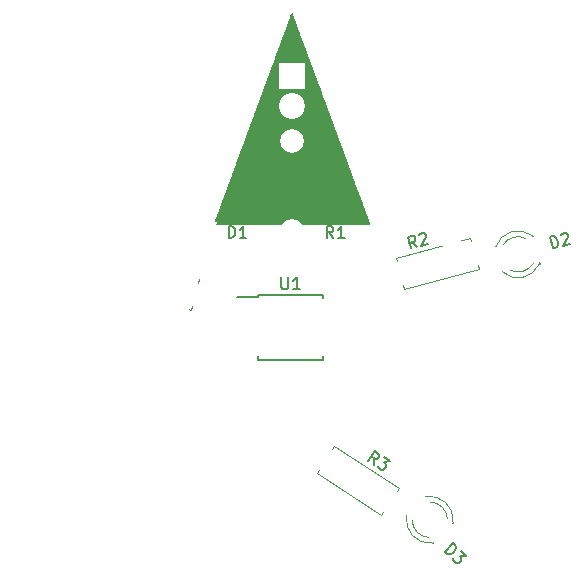
<source format=gbr>
G04 #@! TF.GenerationSoftware,KiCad,Pcbnew,5.0.0-4.fc30*
G04 #@! TF.CreationDate,2018-09-24T02:25:55-07:00*
G04 #@! TF.ProjectId,star,737461722E6B696361645F7063620000,rev?*
G04 #@! TF.SameCoordinates,Original*
G04 #@! TF.FileFunction,Legend,Top*
G04 #@! TF.FilePolarity,Positive*
%FSLAX46Y46*%
G04 Gerber Fmt 4.6, Leading zero omitted, Abs format (unit mm)*
G04 Created by KiCad (PCBNEW 5.0.0-4.fc30) date Mon Sep 24 02:25:55 2018*
%MOMM*%
%LPD*%
G01*
G04 APERTURE LIST*
%ADD10C,0.010000*%
%ADD11C,0.120000*%
%ADD12C,0.150000*%
%ADD13C,2.000000*%
%ADD14C,2.000000*%
%ADD15C,1.670000*%
%ADD16R,2.200000X2.200000*%
%ADD17C,2.200000*%
%ADD18C,0.100000*%
%ADD19O,2.000000X2.000000*%
%ADD20R,2.100000X1.050000*%
G04 APERTURE END LIST*
D10*
G04 #@! TO.C,G\002A\002A\002A*
G36*
X118323359Y-53841455D02*
X118324324Y-53886850D01*
X118321881Y-53913438D01*
X118327400Y-53940154D01*
X118340368Y-53938797D01*
X118354278Y-53940178D01*
X118350409Y-53957650D01*
X118351316Y-53985488D01*
X118362484Y-53990500D01*
X118377228Y-54003334D01*
X118374083Y-54011666D01*
X118374630Y-54031220D01*
X118381435Y-54032833D01*
X118392867Y-54049808D01*
X118389934Y-54078476D01*
X118386579Y-54109912D01*
X118404240Y-54107882D01*
X118405769Y-54106956D01*
X118423609Y-54101365D01*
X118418708Y-54113792D01*
X118416756Y-54148680D01*
X118430518Y-54185854D01*
X118448841Y-54228651D01*
X118451842Y-54252254D01*
X118458433Y-54281716D01*
X118479095Y-54320301D01*
X118503510Y-54368608D01*
X118511666Y-54402505D01*
X118523515Y-54431137D01*
X118534082Y-54435000D01*
X118546450Y-54448090D01*
X118542843Y-54457093D01*
X118542517Y-54490351D01*
X118551756Y-54506380D01*
X118575447Y-54555657D01*
X118591455Y-54629019D01*
X118594760Y-54663790D01*
X118607494Y-54681702D01*
X118616430Y-54679077D01*
X118632356Y-54689272D01*
X118647419Y-54729919D01*
X118650940Y-54746620D01*
X118665465Y-54805625D01*
X118682647Y-54847817D01*
X118685582Y-54852114D01*
X118696728Y-54886193D01*
X118693273Y-54897931D01*
X118696298Y-54921937D01*
X118703187Y-54925701D01*
X118726515Y-54950624D01*
X118730795Y-54964550D01*
X118744633Y-55006677D01*
X118763022Y-55045195D01*
X118779675Y-55092535D01*
X118779062Y-55123219D01*
X118783498Y-55158198D01*
X118809212Y-55204240D01*
X118811828Y-55207642D01*
X118842849Y-55262314D01*
X118855625Y-55314827D01*
X118861896Y-55353942D01*
X118873481Y-55366333D01*
X118882292Y-55382188D01*
X118877821Y-55401555D01*
X118875073Y-55425430D01*
X118886663Y-55422960D01*
X118908746Y-55428573D01*
X118920036Y-55451267D01*
X118921184Y-55480373D01*
X118908588Y-55479508D01*
X118895812Y-55478869D01*
X118899344Y-55487013D01*
X118915578Y-55519485D01*
X118938190Y-55570504D01*
X118958203Y-55619267D01*
X118966016Y-55641500D01*
X118989068Y-55711145D01*
X119013789Y-55759312D01*
X119025298Y-55771466D01*
X119039927Y-55789887D01*
X119049914Y-55828846D01*
X119057409Y-55897935D01*
X119059298Y-55923207D01*
X119071397Y-55949090D01*
X119086763Y-55946193D01*
X119102716Y-55945173D01*
X119098246Y-55965498D01*
X119100547Y-56007665D01*
X119114808Y-56029950D01*
X119133095Y-56060215D01*
X119130396Y-56074047D01*
X119131800Y-56095458D01*
X119141926Y-56104236D01*
X119162552Y-56135031D01*
X119175264Y-56185053D01*
X119192698Y-56250414D01*
X119217659Y-56299677D01*
X119244319Y-56358788D01*
X119252500Y-56408209D01*
X119259003Y-56450717D01*
X119273416Y-56466999D01*
X119289508Y-56485703D01*
X119304263Y-56532425D01*
X119307810Y-56551281D01*
X119321325Y-56603465D01*
X119338256Y-56623370D01*
X119343144Y-56622055D01*
X119356485Y-56626339D01*
X119353058Y-56654219D01*
X119350768Y-56684858D01*
X119360307Y-56688030D01*
X119373384Y-56697747D01*
X119379448Y-56737339D01*
X119379500Y-56742166D01*
X119384741Y-56783886D01*
X119397504Y-56796857D01*
X119398944Y-56796147D01*
X119414203Y-56806530D01*
X119430975Y-56842902D01*
X119443987Y-56889466D01*
X119447966Y-56930424D01*
X119446654Y-56939092D01*
X119456319Y-56965890D01*
X119475090Y-56988947D01*
X119497460Y-57037321D01*
X119494367Y-57064547D01*
X119490777Y-57094367D01*
X119503989Y-57092968D01*
X119518842Y-57093589D01*
X119515877Y-57108092D01*
X119520515Y-57144693D01*
X119535101Y-57162887D01*
X119555664Y-57203741D01*
X119553897Y-57233088D01*
X119550798Y-57263993D01*
X119568950Y-57261391D01*
X119569936Y-57260789D01*
X119587785Y-57255202D01*
X119582974Y-57267465D01*
X119582646Y-57300821D01*
X119600944Y-57341216D01*
X119620387Y-57381516D01*
X119620123Y-57404654D01*
X119620766Y-57429806D01*
X119641216Y-57471011D01*
X119666525Y-57520020D01*
X119675833Y-57556338D01*
X119687682Y-57584970D01*
X119698249Y-57588833D01*
X119710617Y-57601923D01*
X119707010Y-57610927D01*
X119706683Y-57644184D01*
X119715923Y-57660213D01*
X119739613Y-57709490D01*
X119755621Y-57782852D01*
X119758927Y-57817624D01*
X119771661Y-57835536D01*
X119780597Y-57832910D01*
X119796522Y-57843106D01*
X119811586Y-57883753D01*
X119815107Y-57900453D01*
X119829632Y-57959458D01*
X119846813Y-58001651D01*
X119849748Y-58005947D01*
X119860894Y-58040026D01*
X119857440Y-58051764D01*
X119860465Y-58075770D01*
X119867354Y-58079534D01*
X119890682Y-58104457D01*
X119894962Y-58118384D01*
X119908800Y-58160510D01*
X119927189Y-58199028D01*
X119943842Y-58246368D01*
X119943229Y-58277053D01*
X119947665Y-58312031D01*
X119973379Y-58358073D01*
X119975995Y-58361476D01*
X120007015Y-58416148D01*
X120019791Y-58468660D01*
X120026063Y-58507776D01*
X120037648Y-58520166D01*
X120046458Y-58536022D01*
X120041988Y-58555388D01*
X120039239Y-58579263D01*
X120050829Y-58576793D01*
X120072913Y-58582406D01*
X120084202Y-58605100D01*
X120085351Y-58634207D01*
X120072755Y-58633342D01*
X120059978Y-58632702D01*
X120063510Y-58640846D01*
X120079745Y-58673319D01*
X120102357Y-58724337D01*
X120122370Y-58773101D01*
X120130183Y-58795333D01*
X120153234Y-58864978D01*
X120177955Y-58913145D01*
X120189464Y-58925299D01*
X120204094Y-58943720D01*
X120214081Y-58982679D01*
X120221575Y-59051768D01*
X120223465Y-59077040D01*
X120235563Y-59102923D01*
X120250930Y-59100026D01*
X120266883Y-59099006D01*
X120262413Y-59119331D01*
X120264714Y-59161498D01*
X120278974Y-59183784D01*
X120297262Y-59214048D01*
X120294563Y-59227881D01*
X120295966Y-59249292D01*
X120306092Y-59258070D01*
X120326719Y-59288864D01*
X120339430Y-59338886D01*
X120356865Y-59404248D01*
X120381825Y-59453510D01*
X120408486Y-59512622D01*
X120416666Y-59562043D01*
X120423170Y-59604550D01*
X120437583Y-59620833D01*
X120453675Y-59639537D01*
X120468430Y-59686258D01*
X120471976Y-59705115D01*
X120485492Y-59757298D01*
X120502422Y-59777204D01*
X120507311Y-59775888D01*
X120520652Y-59780172D01*
X120517224Y-59808052D01*
X120514935Y-59838692D01*
X120524473Y-59841863D01*
X120537551Y-59851580D01*
X120543614Y-59891173D01*
X120543666Y-59895999D01*
X120548908Y-59937719D01*
X120561671Y-59950690D01*
X120563110Y-59949981D01*
X120578862Y-59959901D01*
X120595263Y-59996816D01*
X120607671Y-60045717D01*
X120611447Y-60091597D01*
X120610232Y-60102375D01*
X120617881Y-60126703D01*
X120625334Y-60128833D01*
X120645357Y-60146656D01*
X120666613Y-60189875D01*
X120667747Y-60193058D01*
X120679463Y-60236451D01*
X120671632Y-60245470D01*
X120667706Y-60243420D01*
X120656744Y-60244912D01*
X120668668Y-60273266D01*
X120694819Y-60312695D01*
X120711126Y-60328758D01*
X120721557Y-60355923D01*
X120718261Y-60386164D01*
X120714914Y-60417585D01*
X120732587Y-60415540D01*
X120734102Y-60414622D01*
X120751952Y-60409036D01*
X120747140Y-60421298D01*
X120746812Y-60454655D01*
X120765111Y-60495050D01*
X120784553Y-60535350D01*
X120784290Y-60558487D01*
X120784933Y-60583639D01*
X120805382Y-60624844D01*
X120830691Y-60673853D01*
X120840000Y-60710171D01*
X120851848Y-60738804D01*
X120862415Y-60742666D01*
X120874784Y-60755756D01*
X120871176Y-60764760D01*
X120870850Y-60798017D01*
X120880089Y-60814046D01*
X120903780Y-60863324D01*
X120919788Y-60936686D01*
X120923093Y-60971457D01*
X120935827Y-60989369D01*
X120944763Y-60986744D01*
X120960689Y-60996939D01*
X120975753Y-61037586D01*
X120979273Y-61054286D01*
X120993799Y-61113292D01*
X121010980Y-61155484D01*
X121013915Y-61159781D01*
X121025061Y-61193859D01*
X121021607Y-61205598D01*
X121024631Y-61229604D01*
X121031520Y-61233368D01*
X121054848Y-61258291D01*
X121059128Y-61272217D01*
X121072967Y-61314344D01*
X121091356Y-61352862D01*
X121108009Y-61400202D01*
X121107395Y-61430886D01*
X121111831Y-61465864D01*
X121137546Y-61511907D01*
X121140161Y-61515309D01*
X121171182Y-61569981D01*
X121183958Y-61622493D01*
X121190229Y-61661609D01*
X121201814Y-61674000D01*
X121210625Y-61689855D01*
X121206155Y-61709222D01*
X121203406Y-61733097D01*
X121214996Y-61730627D01*
X121237080Y-61736239D01*
X121248369Y-61758933D01*
X121249518Y-61788040D01*
X121236922Y-61787175D01*
X121224145Y-61786535D01*
X121227677Y-61794679D01*
X121243911Y-61827152D01*
X121266524Y-61878170D01*
X121286537Y-61926934D01*
X121294350Y-61949166D01*
X121317401Y-62018812D01*
X121342122Y-62066978D01*
X121353631Y-62079133D01*
X121368261Y-62097554D01*
X121378248Y-62136513D01*
X121385742Y-62205602D01*
X121387631Y-62230874D01*
X121399730Y-62256757D01*
X121415097Y-62253860D01*
X121431050Y-62252840D01*
X121426579Y-62273165D01*
X121428881Y-62315332D01*
X121443141Y-62337617D01*
X121461428Y-62367882D01*
X121458730Y-62381714D01*
X121460133Y-62403125D01*
X121470259Y-62411903D01*
X121490885Y-62442698D01*
X121503597Y-62492720D01*
X121521032Y-62558081D01*
X121545992Y-62607343D01*
X121572653Y-62666455D01*
X121580833Y-62715876D01*
X121587337Y-62758383D01*
X121601749Y-62774666D01*
X121617842Y-62793370D01*
X121632596Y-62840091D01*
X121636143Y-62858948D01*
X121649659Y-62911131D01*
X121666589Y-62931037D01*
X121671478Y-62929722D01*
X121684818Y-62934005D01*
X121681391Y-62961886D01*
X121679102Y-62992525D01*
X121688640Y-62995696D01*
X121701717Y-63005414D01*
X121707781Y-63045006D01*
X121707833Y-63049833D01*
X121713074Y-63091553D01*
X121725837Y-63104523D01*
X121727277Y-63103814D01*
X121743029Y-63113735D01*
X121759429Y-63150649D01*
X121771838Y-63199551D01*
X121775614Y-63245430D01*
X121774399Y-63256208D01*
X121782047Y-63280536D01*
X121789501Y-63282666D01*
X121809524Y-63300490D01*
X121830780Y-63343709D01*
X121831914Y-63346891D01*
X121842479Y-63388739D01*
X121835457Y-63399340D01*
X121833824Y-63398459D01*
X121826599Y-63405209D01*
X121837616Y-63439067D01*
X121838070Y-63440068D01*
X121860832Y-63479473D01*
X121878095Y-63494333D01*
X121895076Y-63511902D01*
X121904473Y-63536695D01*
X121905746Y-63566099D01*
X121892316Y-63564698D01*
X121887683Y-63571195D01*
X121903030Y-63604304D01*
X121915176Y-63624921D01*
X121940905Y-63674031D01*
X121949911Y-63707339D01*
X121948102Y-63712675D01*
X121948994Y-63737572D01*
X121969549Y-63778678D01*
X121994858Y-63827686D01*
X122004166Y-63864005D01*
X122016015Y-63892637D01*
X122026582Y-63896500D01*
X122038950Y-63909590D01*
X122035343Y-63918593D01*
X122035017Y-63951851D01*
X122044256Y-63967880D01*
X122067947Y-64017157D01*
X122083955Y-64090519D01*
X122087260Y-64125290D01*
X122099994Y-64143202D01*
X122108930Y-64140577D01*
X122124856Y-64150772D01*
X122139919Y-64191419D01*
X122143440Y-64208120D01*
X122157965Y-64267125D01*
X122175147Y-64309317D01*
X122178082Y-64313614D01*
X122189228Y-64347693D01*
X122185773Y-64359431D01*
X122188798Y-64383437D01*
X122195687Y-64387201D01*
X122219015Y-64412124D01*
X122223295Y-64426050D01*
X122237133Y-64468177D01*
X122255522Y-64506695D01*
X122272175Y-64554035D01*
X122271562Y-64584719D01*
X122275998Y-64619698D01*
X122301712Y-64665740D01*
X122304328Y-64669142D01*
X122335349Y-64723814D01*
X122348125Y-64776327D01*
X122354396Y-64815442D01*
X122365981Y-64827833D01*
X122374792Y-64843688D01*
X122370321Y-64863055D01*
X122367573Y-64886930D01*
X122379163Y-64884460D01*
X122401246Y-64890073D01*
X122412536Y-64912767D01*
X122413684Y-64941873D01*
X122401088Y-64941008D01*
X122388312Y-64940369D01*
X122391844Y-64948513D01*
X122408078Y-64980985D01*
X122430690Y-65032004D01*
X122450703Y-65080767D01*
X122458516Y-65103000D01*
X122481568Y-65172645D01*
X122506289Y-65220812D01*
X122517798Y-65232966D01*
X122532427Y-65251387D01*
X122542414Y-65290346D01*
X122549909Y-65359435D01*
X122551798Y-65384707D01*
X122563897Y-65410590D01*
X122579263Y-65407693D01*
X122595216Y-65406673D01*
X122590746Y-65426998D01*
X122593047Y-65469165D01*
X122607308Y-65491450D01*
X122625595Y-65521715D01*
X122622896Y-65535547D01*
X122624300Y-65556958D01*
X122634426Y-65565736D01*
X122655052Y-65596531D01*
X122667764Y-65646553D01*
X122685198Y-65711914D01*
X122710159Y-65761177D01*
X122736819Y-65820288D01*
X122745000Y-65869709D01*
X122751503Y-65912217D01*
X122765916Y-65928500D01*
X122782008Y-65947203D01*
X122796763Y-65993925D01*
X122800310Y-66012781D01*
X122813825Y-66064965D01*
X122830756Y-66084870D01*
X122835644Y-66083555D01*
X122848985Y-66087839D01*
X122845558Y-66115719D01*
X122843268Y-66146358D01*
X122852807Y-66149530D01*
X122865884Y-66159247D01*
X122871948Y-66198839D01*
X122872000Y-66203666D01*
X122877241Y-66245386D01*
X122890004Y-66258357D01*
X122891444Y-66257647D01*
X122907196Y-66267568D01*
X122923596Y-66304483D01*
X122936005Y-66353384D01*
X122939781Y-66399264D01*
X122938565Y-66410041D01*
X122946214Y-66434369D01*
X122953668Y-66436500D01*
X122973690Y-66454323D01*
X122994947Y-66497542D01*
X122996080Y-66500724D01*
X123006646Y-66542572D01*
X122999623Y-66553173D01*
X122997990Y-66552293D01*
X122990765Y-66559042D01*
X123001783Y-66592900D01*
X123002236Y-66593901D01*
X123024998Y-66633306D01*
X123042262Y-66648166D01*
X123059243Y-66665735D01*
X123068640Y-66690529D01*
X123069837Y-66719478D01*
X123058777Y-66719949D01*
X123054043Y-66727546D01*
X123067598Y-66762230D01*
X123075686Y-66778128D01*
X123099019Y-66828735D01*
X123108701Y-66863650D01*
X123108364Y-66867587D01*
X123115063Y-66897056D01*
X123135762Y-66935634D01*
X123160177Y-66983941D01*
X123168333Y-67017838D01*
X123180182Y-67046470D01*
X123190749Y-67050333D01*
X123203117Y-67063423D01*
X123199510Y-67072427D01*
X123199183Y-67105684D01*
X123208423Y-67121713D01*
X123232113Y-67170990D01*
X123248121Y-67244352D01*
X123251427Y-67279124D01*
X123264161Y-67297036D01*
X123273097Y-67294410D01*
X123289022Y-67304606D01*
X123304086Y-67345253D01*
X123307607Y-67361953D01*
X123322132Y-67420958D01*
X123339313Y-67463151D01*
X123342248Y-67467447D01*
X123353394Y-67501526D01*
X123349940Y-67513264D01*
X123352965Y-67537270D01*
X123359854Y-67541034D01*
X123383182Y-67565957D01*
X123387462Y-67579884D01*
X123401300Y-67622010D01*
X123419689Y-67660528D01*
X123436342Y-67707868D01*
X123435729Y-67738553D01*
X123440165Y-67773531D01*
X123465879Y-67819573D01*
X123468495Y-67822976D01*
X123499515Y-67877648D01*
X123512291Y-67930160D01*
X123518563Y-67969276D01*
X123530148Y-67981666D01*
X123538958Y-67997522D01*
X123534488Y-68016888D01*
X123531739Y-68040763D01*
X123543329Y-68038293D01*
X123565413Y-68043906D01*
X123576702Y-68066600D01*
X123577851Y-68095707D01*
X123565255Y-68094842D01*
X123552478Y-68094202D01*
X123556010Y-68102346D01*
X123572245Y-68134819D01*
X123594857Y-68185837D01*
X123614870Y-68234601D01*
X123622683Y-68256833D01*
X123645734Y-68326478D01*
X123670455Y-68374645D01*
X123681964Y-68386799D01*
X123696594Y-68405220D01*
X123706581Y-68444179D01*
X123714075Y-68513268D01*
X123715965Y-68538540D01*
X123728063Y-68564423D01*
X123743430Y-68561526D01*
X123759383Y-68560506D01*
X123754913Y-68580831D01*
X123757214Y-68622998D01*
X123771474Y-68645284D01*
X123789762Y-68675548D01*
X123787063Y-68689381D01*
X123788466Y-68710792D01*
X123798592Y-68719570D01*
X123819219Y-68750364D01*
X123831930Y-68800386D01*
X123849365Y-68865748D01*
X123874325Y-68915010D01*
X123900986Y-68974122D01*
X123909166Y-69023543D01*
X123915670Y-69066050D01*
X123930083Y-69082333D01*
X123946175Y-69101037D01*
X123960930Y-69147758D01*
X123964476Y-69166615D01*
X123977992Y-69218798D01*
X123994922Y-69238704D01*
X123999811Y-69237388D01*
X124013152Y-69241672D01*
X124009724Y-69269552D01*
X124007435Y-69300192D01*
X124016973Y-69303363D01*
X124030051Y-69313080D01*
X124036114Y-69352673D01*
X124036166Y-69357500D01*
X124041408Y-69399219D01*
X124054171Y-69412190D01*
X124055610Y-69411481D01*
X124071362Y-69421401D01*
X124087763Y-69458316D01*
X124100171Y-69507217D01*
X124103947Y-69553097D01*
X124102732Y-69563875D01*
X124110381Y-69588203D01*
X124117834Y-69590333D01*
X124137857Y-69608156D01*
X124159113Y-69651375D01*
X124160247Y-69654558D01*
X124170812Y-69696406D01*
X124163790Y-69707006D01*
X124162157Y-69706126D01*
X124154932Y-69712875D01*
X124165950Y-69746734D01*
X124166403Y-69747734D01*
X124189165Y-69787139D01*
X124206428Y-69802000D01*
X124223409Y-69819568D01*
X124232807Y-69844362D01*
X124234109Y-69873815D01*
X124220241Y-69872112D01*
X124215370Y-69878894D01*
X124229946Y-69912738D01*
X124243382Y-69936793D01*
X124272713Y-69995372D01*
X124288994Y-70045111D01*
X124290166Y-70055960D01*
X124300167Y-70095975D01*
X124311333Y-70108916D01*
X124329114Y-70138771D01*
X124332500Y-70163082D01*
X124342135Y-70196784D01*
X124354915Y-70204166D01*
X124367284Y-70217256D01*
X124363676Y-70226260D01*
X124363350Y-70259517D01*
X124372589Y-70275546D01*
X124396280Y-70324824D01*
X124412288Y-70398186D01*
X124415593Y-70432957D01*
X124428327Y-70450869D01*
X124437263Y-70448244D01*
X124453189Y-70458439D01*
X124468253Y-70499086D01*
X124471773Y-70515786D01*
X124486299Y-70574792D01*
X124503480Y-70616984D01*
X124506415Y-70621281D01*
X124517561Y-70655359D01*
X124514107Y-70667098D01*
X124517131Y-70691104D01*
X124524020Y-70694868D01*
X124547348Y-70719791D01*
X124551628Y-70733717D01*
X124565467Y-70775844D01*
X124583856Y-70814362D01*
X124600509Y-70861702D01*
X124599895Y-70892386D01*
X124604331Y-70927364D01*
X124630046Y-70973407D01*
X124632661Y-70976809D01*
X124663682Y-71031481D01*
X124676458Y-71083993D01*
X124682729Y-71123109D01*
X124694314Y-71135500D01*
X124703125Y-71151355D01*
X124698655Y-71170722D01*
X124695906Y-71194597D01*
X124707496Y-71192127D01*
X124729580Y-71197739D01*
X124740869Y-71220433D01*
X124742018Y-71249540D01*
X124729422Y-71248675D01*
X124716645Y-71248035D01*
X124720177Y-71256179D01*
X124737282Y-71289992D01*
X124758715Y-71338825D01*
X124777911Y-71385659D01*
X124789127Y-71416459D01*
X124800390Y-71454379D01*
X124807478Y-71479458D01*
X124824436Y-71521379D01*
X124840530Y-71537666D01*
X124862453Y-71555279D01*
X124874219Y-71594153D01*
X124870685Y-71629361D01*
X124848761Y-71632182D01*
X124786516Y-71634859D01*
X124685911Y-71637394D01*
X124548907Y-71639787D01*
X124377465Y-71642037D01*
X124173546Y-71644147D01*
X123939111Y-71646115D01*
X123676120Y-71647942D01*
X123386534Y-71649630D01*
X123072315Y-71651178D01*
X122735423Y-71652586D01*
X122377819Y-71653856D01*
X122001465Y-71654987D01*
X121608320Y-71655981D01*
X121200346Y-71656837D01*
X120779503Y-71657556D01*
X120347754Y-71658139D01*
X119907057Y-71658585D01*
X119459375Y-71658896D01*
X119006669Y-71659072D01*
X118550898Y-71659112D01*
X118094025Y-71659019D01*
X117638010Y-71658791D01*
X117184813Y-71658430D01*
X116736396Y-71657937D01*
X116294720Y-71657310D01*
X115861745Y-71656552D01*
X115439433Y-71655661D01*
X115029744Y-71654640D01*
X114634640Y-71653488D01*
X114256080Y-71652205D01*
X113896026Y-71650793D01*
X113556440Y-71649251D01*
X113239281Y-71647580D01*
X112946511Y-71645781D01*
X112680090Y-71643853D01*
X112441980Y-71641798D01*
X112234141Y-71639616D01*
X112058535Y-71637307D01*
X111917121Y-71634871D01*
X111811862Y-71632310D01*
X111744718Y-71629623D01*
X111717649Y-71626811D01*
X111717166Y-71626375D01*
X111728963Y-71608839D01*
X111738333Y-71611750D01*
X111758299Y-71607956D01*
X111761219Y-71597124D01*
X111767411Y-71516072D01*
X111774866Y-71468220D01*
X111785651Y-71444442D01*
X111797539Y-71436792D01*
X111813927Y-71417411D01*
X111811299Y-71408858D01*
X111813106Y-71390622D01*
X111818993Y-71389500D01*
X111835143Y-71372071D01*
X111837576Y-71352458D01*
X111842522Y-71298740D01*
X111856909Y-71248817D01*
X111875617Y-71216281D01*
X111890480Y-71212043D01*
X111904122Y-71205962D01*
X111904098Y-71183398D01*
X111911048Y-71132914D01*
X111924675Y-71108759D01*
X111949658Y-71060674D01*
X111958065Y-71026132D01*
X111959433Y-71019083D01*
X124628833Y-71019083D01*
X124639416Y-71029666D01*
X124650000Y-71019083D01*
X124639416Y-71008500D01*
X124628833Y-71019083D01*
X111959433Y-71019083D01*
X111967654Y-70976750D01*
X111971166Y-70976750D01*
X111981750Y-70987333D01*
X111992333Y-70976750D01*
X111981750Y-70966166D01*
X111971166Y-70976750D01*
X111967654Y-70976750D01*
X111968897Y-70970351D01*
X111991643Y-70904260D01*
X112019342Y-70839166D01*
X112038833Y-70784081D01*
X112046592Y-70746883D01*
X112061957Y-70705570D01*
X112075305Y-70692046D01*
X112096385Y-70660944D01*
X112106203Y-70621541D01*
X112120798Y-70566531D01*
X112138691Y-70534429D01*
X112154711Y-70498122D01*
X112151656Y-70480260D01*
X112153158Y-70460128D01*
X112161666Y-70458166D01*
X112175740Y-70445396D01*
X112172782Y-70437860D01*
X112171315Y-70404530D01*
X112180571Y-70379652D01*
X112210109Y-70310858D01*
X112228367Y-70251569D01*
X112245599Y-70224583D01*
X112259797Y-70208845D01*
X112277195Y-70170402D01*
X112274919Y-70150637D01*
X112277240Y-70123885D01*
X112288666Y-70119500D01*
X112305357Y-70104424D01*
X112303168Y-70090329D01*
X112306249Y-70051217D01*
X112315720Y-70037412D01*
X112328284Y-70017079D01*
X112323449Y-70013666D01*
X112321799Y-69999250D01*
X112338786Y-69968903D01*
X112358263Y-69922961D01*
X112357556Y-69891347D01*
X112356054Y-69869512D01*
X112367860Y-69872700D01*
X112386386Y-69864162D01*
X112402021Y-69818211D01*
X112405049Y-69802200D01*
X112418270Y-69746080D01*
X112433614Y-69710396D01*
X112437750Y-69706183D01*
X112447081Y-69679799D01*
X112442895Y-69660266D01*
X112440281Y-69636934D01*
X112454402Y-69641026D01*
X112474648Y-69638560D01*
X112479166Y-69613998D01*
X112489292Y-69572493D01*
X112501776Y-69557691D01*
X112516263Y-69528647D01*
X112514013Y-69516688D01*
X112515837Y-69480042D01*
X112521887Y-69471204D01*
X112538804Y-69438159D01*
X112550914Y-69392706D01*
X112567107Y-69338007D01*
X112585753Y-69303675D01*
X112600165Y-69268903D01*
X112597060Y-69254056D01*
X112599158Y-69226024D01*
X112605821Y-69220130D01*
X112623714Y-69190164D01*
X112627333Y-69164501D01*
X112636095Y-69135307D01*
X112652097Y-69137473D01*
X112668269Y-69138583D01*
X112664505Y-69120581D01*
X112666904Y-69082233D01*
X112689308Y-69031960D01*
X112692368Y-69027150D01*
X112717301Y-68972485D01*
X112720168Y-68926689D01*
X112720025Y-68926224D01*
X112717741Y-68899093D01*
X112728492Y-68899527D01*
X112749551Y-68893227D01*
X112760536Y-68870399D01*
X112762518Y-68841420D01*
X112754142Y-68839034D01*
X112748600Y-68829829D01*
X112758205Y-68793050D01*
X112760261Y-68787459D01*
X112781062Y-68747587D01*
X112799738Y-68735122D01*
X112800811Y-68735645D01*
X112817077Y-68729316D01*
X112819406Y-68718457D01*
X112829657Y-68643819D01*
X112848614Y-68589867D01*
X112863412Y-68572327D01*
X112875800Y-68544938D01*
X112871639Y-68533439D01*
X112870723Y-68500250D01*
X112881333Y-68500250D01*
X112891916Y-68510833D01*
X112902500Y-68500250D01*
X112891916Y-68489666D01*
X112881333Y-68500250D01*
X112870723Y-68500250D01*
X112870681Y-68498753D01*
X112882102Y-68478156D01*
X112895997Y-68453091D01*
X112891227Y-68447333D01*
X112890668Y-68434437D01*
X112909848Y-68408573D01*
X112931457Y-68374337D01*
X112930768Y-68355657D01*
X112933385Y-68342915D01*
X112943774Y-68341500D01*
X112962005Y-68325162D01*
X112959872Y-68299187D01*
X112958920Y-68259823D01*
X112967987Y-68245021D01*
X112983906Y-68216386D01*
X112987166Y-68190834D01*
X112995913Y-68161868D01*
X113010601Y-68162984D01*
X113025266Y-68161369D01*
X113020706Y-68135472D01*
X113023868Y-68086624D01*
X113039372Y-68066923D01*
X113061041Y-68037638D01*
X113060671Y-68023064D01*
X113064571Y-67997986D01*
X113070563Y-67993034D01*
X113082399Y-67965309D01*
X113079227Y-67949238D01*
X113080525Y-67922471D01*
X113090735Y-67918166D01*
X113108939Y-67900224D01*
X113114166Y-67869959D01*
X113115219Y-67865250D01*
X123464666Y-67865250D01*
X123475250Y-67875833D01*
X123485833Y-67865250D01*
X123475250Y-67854666D01*
X123464666Y-67865250D01*
X113115219Y-67865250D01*
X113126281Y-67815806D01*
X113148075Y-67773340D01*
X113168657Y-67734236D01*
X113169196Y-67712140D01*
X113171635Y-67688947D01*
X113190849Y-67661294D01*
X113218228Y-67610013D01*
X113225291Y-67570013D01*
X113234302Y-67526583D01*
X113241166Y-67526583D01*
X113251750Y-67537166D01*
X113262333Y-67526583D01*
X113251750Y-67516000D01*
X113241166Y-67526583D01*
X113234302Y-67526583D01*
X113235656Y-67520062D01*
X113253137Y-67493681D01*
X113271457Y-67458347D01*
X113269393Y-67440369D01*
X113270854Y-67414127D01*
X113280571Y-67410166D01*
X113294156Y-67394742D01*
X113291154Y-67378416D01*
X113292085Y-67351232D01*
X113302402Y-67346666D01*
X113320543Y-67328707D01*
X113325833Y-67297983D01*
X113336289Y-67248224D01*
X113351233Y-67223899D01*
X113363363Y-67202538D01*
X113356525Y-67198175D01*
X113352708Y-67189458D01*
X113364282Y-67180181D01*
X113392318Y-67146609D01*
X113396627Y-67132881D01*
X113411782Y-67087739D01*
X113418506Y-67075383D01*
X113427544Y-67044305D01*
X113424047Y-67035658D01*
X113424477Y-67010772D01*
X113441734Y-66966697D01*
X113443094Y-66964034D01*
X113465486Y-66906783D01*
X113474000Y-66859635D01*
X113481114Y-66829074D01*
X113492720Y-66826571D01*
X113507202Y-66814920D01*
X113525457Y-66774947D01*
X113543341Y-66719918D01*
X113556713Y-66663096D01*
X113561431Y-66617748D01*
X113560652Y-66609000D01*
X113568259Y-66591199D01*
X113578417Y-66594375D01*
X113596913Y-66589666D01*
X113601000Y-66568982D01*
X113614739Y-66519706D01*
X113627458Y-66501128D01*
X113642642Y-66481956D01*
X113625528Y-66488877D01*
X113622166Y-66490784D01*
X113604603Y-66496796D01*
X113611732Y-66477351D01*
X113626699Y-66453459D01*
X113657096Y-66393336D01*
X113673255Y-66341318D01*
X113688923Y-66288665D01*
X113705580Y-66258092D01*
X113718304Y-66228534D01*
X113714923Y-66218812D01*
X113717654Y-66195252D01*
X113740422Y-66152909D01*
X113748196Y-66141529D01*
X113774913Y-66094378D01*
X113782522Y-66059896D01*
X113781005Y-66055644D01*
X113781241Y-66035978D01*
X113787956Y-66034333D01*
X113807629Y-66015911D01*
X113825120Y-65971448D01*
X113835488Y-65917143D01*
X113835475Y-65878561D01*
X113839822Y-65851979D01*
X113850871Y-65851864D01*
X113871508Y-65845281D01*
X113882369Y-65822399D01*
X113884351Y-65793420D01*
X113875975Y-65791034D01*
X113870433Y-65781829D01*
X113880038Y-65745050D01*
X113882094Y-65739459D01*
X113903839Y-65700245D01*
X113924888Y-65689185D01*
X113926242Y-65689868D01*
X113937684Y-65685987D01*
X113933344Y-65667388D01*
X113931268Y-65638072D01*
X113940330Y-65632166D01*
X113957156Y-65614488D01*
X113960833Y-65591082D01*
X113970970Y-65550277D01*
X113982861Y-65536384D01*
X113994980Y-65508000D01*
X113991176Y-65479567D01*
X113986969Y-65449653D01*
X114002621Y-65451913D01*
X114021966Y-65450876D01*
X114023829Y-65428105D01*
X114026760Y-65376063D01*
X114041333Y-65326632D01*
X114061831Y-65296456D01*
X114070063Y-65293500D01*
X114085862Y-65277212D01*
X114085936Y-65267041D01*
X114087182Y-65220876D01*
X114098808Y-65170689D01*
X114115921Y-65131008D01*
X114133629Y-65116359D01*
X114136340Y-65117399D01*
X114149384Y-65115270D01*
X114144407Y-65094316D01*
X114146429Y-65048956D01*
X114161078Y-65026731D01*
X114181226Y-64987942D01*
X114179919Y-64964804D01*
X114180867Y-64937980D01*
X114190737Y-64933666D01*
X114204323Y-64918242D01*
X114201321Y-64901916D01*
X114202252Y-64874732D01*
X114212568Y-64870166D01*
X114233593Y-64853162D01*
X114236000Y-64839794D01*
X114243685Y-64798973D01*
X114260419Y-64749836D01*
X114275338Y-64711416D01*
X122300500Y-64711416D01*
X122311083Y-64722000D01*
X122321666Y-64711416D01*
X122311083Y-64700833D01*
X122300500Y-64711416D01*
X114275338Y-64711416D01*
X114279613Y-64700410D01*
X114290067Y-64669083D01*
X114301406Y-64635975D01*
X114321485Y-64585545D01*
X114321959Y-64584416D01*
X114339301Y-64531492D01*
X114343861Y-64492637D01*
X114343812Y-64492334D01*
X114351425Y-64474532D01*
X114361584Y-64477708D01*
X114382206Y-64473648D01*
X114386812Y-64458665D01*
X114392263Y-64408249D01*
X114400555Y-64383029D01*
X114409166Y-64372444D01*
X114415684Y-64342540D01*
X114412193Y-64328347D01*
X114414273Y-64302451D01*
X114424235Y-64298666D01*
X114443452Y-64281017D01*
X114447666Y-64257582D01*
X114456939Y-64217367D01*
X114467908Y-64203987D01*
X114479440Y-64176452D01*
X114476227Y-64160405D01*
X114478112Y-64133668D01*
X114488984Y-64129333D01*
X114503728Y-64116499D01*
X114500583Y-64108166D01*
X114499593Y-64088548D01*
X114505300Y-64087000D01*
X114520036Y-64068769D01*
X114527635Y-64032194D01*
X114541363Y-63971498D01*
X114562107Y-63921069D01*
X114632493Y-63768060D01*
X114670245Y-63634216D01*
X114671678Y-63625669D01*
X114684955Y-63572845D01*
X114701235Y-63549796D01*
X114707056Y-63550581D01*
X114720165Y-63547490D01*
X114717757Y-63534321D01*
X114722029Y-63497037D01*
X114741470Y-63464236D01*
X114758994Y-63438810D01*
X114747179Y-63440332D01*
X114729863Y-63446638D01*
X114735635Y-63427157D01*
X114746429Y-63406929D01*
X114768373Y-63364057D01*
X114777645Y-63340875D01*
X114786333Y-63314416D01*
X114796013Y-63286145D01*
X114796916Y-63282666D01*
X114806741Y-63247564D01*
X114807360Y-63245625D01*
X114810006Y-63213875D01*
X114823670Y-63198652D01*
X114829915Y-63198000D01*
X114841872Y-63184734D01*
X114837787Y-63174466D01*
X114835789Y-63144472D01*
X114841829Y-63137425D01*
X114863463Y-63113830D01*
X114884872Y-63080182D01*
X114899017Y-63049885D01*
X114898858Y-63036343D01*
X114893971Y-63038134D01*
X114880233Y-63036564D01*
X114884090Y-63019182D01*
X114905759Y-62990473D01*
X114917361Y-62986333D01*
X114931028Y-62971031D01*
X114929271Y-62960063D01*
X114934872Y-62924124D01*
X114946789Y-62907519D01*
X114963013Y-62867679D01*
X114961031Y-62835229D01*
X114957743Y-62803475D01*
X114975393Y-62805528D01*
X114975766Y-62805757D01*
X114993015Y-62808775D01*
X114988881Y-62779394D01*
X114987416Y-62774666D01*
X114981272Y-62741924D01*
X114996319Y-62741956D01*
X114999329Y-62743738D01*
X115017535Y-62747422D01*
X115013438Y-62726769D01*
X115016811Y-62686662D01*
X115031486Y-62667392D01*
X115052187Y-62625795D01*
X115049126Y-62599694D01*
X115045800Y-62570438D01*
X115059232Y-62572181D01*
X115078550Y-62568431D01*
X115082666Y-62547315D01*
X115096406Y-62498040D01*
X115109125Y-62479461D01*
X115121982Y-62461226D01*
X115111098Y-62464673D01*
X115094812Y-62462210D01*
X115097630Y-62436267D01*
X115114368Y-62407700D01*
X115128822Y-62406612D01*
X115144042Y-62402441D01*
X115144134Y-62390499D01*
X115145713Y-62345949D01*
X115158820Y-62295604D01*
X115177687Y-62256737D01*
X115192558Y-62245500D01*
X115206106Y-62230195D01*
X115204286Y-62219041D01*
X115208075Y-62184597D01*
X115228806Y-62133399D01*
X115234677Y-62122426D01*
X115256876Y-62071584D01*
X115261997Y-62034713D01*
X115260276Y-62030101D01*
X115262240Y-62001187D01*
X115271572Y-61992485D01*
X115291216Y-61962426D01*
X115304960Y-61910436D01*
X115305497Y-61906474D01*
X115319128Y-61853104D01*
X115340029Y-61819748D01*
X115341422Y-61818779D01*
X115356567Y-61803807D01*
X115351998Y-61801324D01*
X115349224Y-61785004D01*
X115364295Y-61745596D01*
X115367028Y-61740183D01*
X115384987Y-61694748D01*
X115385917Y-61666955D01*
X115385211Y-61666100D01*
X115388424Y-61654006D01*
X115397888Y-61652833D01*
X115414351Y-61641187D01*
X115411653Y-61633129D01*
X115413873Y-61605751D01*
X115419146Y-61601268D01*
X115434853Y-61574317D01*
X115439632Y-61557583D01*
X121136333Y-61557583D01*
X121146916Y-61568166D01*
X121157500Y-61557583D01*
X121146916Y-61547000D01*
X121136333Y-61557583D01*
X115439632Y-61557583D01*
X115449747Y-61522170D01*
X115453117Y-61504465D01*
X115466080Y-61454790D01*
X115481488Y-61431432D01*
X115486709Y-61431742D01*
X115504597Y-61425786D01*
X115508645Y-61410665D01*
X115514097Y-61360249D01*
X115522388Y-61335029D01*
X115530999Y-61324444D01*
X115537517Y-61294540D01*
X115534026Y-61280347D01*
X115536714Y-61254481D01*
X115547317Y-61250666D01*
X115563220Y-61239477D01*
X115560843Y-61232618D01*
X115563066Y-61203435D01*
X115578406Y-61175296D01*
X115597085Y-61133291D01*
X115596630Y-61108678D01*
X115600772Y-61084327D01*
X115610817Y-61081333D01*
X115625562Y-61068499D01*
X115622416Y-61060166D01*
X115624094Y-61040661D01*
X115631750Y-61039000D01*
X115649293Y-61021066D01*
X115654297Y-60991375D01*
X115664191Y-60938195D01*
X115686047Y-60883122D01*
X115708074Y-60835949D01*
X115717653Y-60805652D01*
X115717666Y-60805125D01*
X115725080Y-60774733D01*
X115742227Y-60728169D01*
X115758683Y-60677661D01*
X115762833Y-60643721D01*
X115774237Y-60610642D01*
X115780605Y-60605430D01*
X115797282Y-60576032D01*
X115802333Y-60539084D01*
X115809599Y-60501956D01*
X115827097Y-60501473D01*
X115842992Y-60502498D01*
X115838344Y-60481555D01*
X115835276Y-60452184D01*
X115843066Y-60446333D01*
X115865462Y-60429458D01*
X115873909Y-60413483D01*
X115875729Y-60391545D01*
X115860299Y-60396380D01*
X115846238Y-60400852D01*
X115861610Y-60378147D01*
X115886216Y-60331697D01*
X115899906Y-60284783D01*
X115916677Y-60229632D01*
X115935878Y-60195030D01*
X115954414Y-60148910D01*
X115954459Y-60125581D01*
X115957352Y-60093309D01*
X115966938Y-60086500D01*
X115988641Y-60069366D01*
X116010763Y-60032234D01*
X116022236Y-59997600D01*
X116014702Y-59990819D01*
X116014403Y-59991000D01*
X116002196Y-59987781D01*
X116005923Y-59971182D01*
X116027861Y-59942467D01*
X116039695Y-59938333D01*
X116052181Y-59922954D01*
X116049203Y-59907950D01*
X116050044Y-59877543D01*
X116058675Y-59870524D01*
X116080536Y-59846058D01*
X116084539Y-59832115D01*
X116098973Y-59786736D01*
X116104622Y-59776201D01*
X116110857Y-59737218D01*
X116105721Y-59714521D01*
X116101151Y-59689258D01*
X116119833Y-59694916D01*
X116139263Y-59699953D01*
X116135271Y-59678769D01*
X116138229Y-59637924D01*
X116150656Y-59621602D01*
X116168857Y-59583737D01*
X116167230Y-59553245D01*
X116164228Y-59522311D01*
X116182480Y-59525057D01*
X116182745Y-59525219D01*
X116201820Y-59529005D01*
X116199424Y-59512654D01*
X116203696Y-59475370D01*
X116223136Y-59442569D01*
X116240301Y-59417610D01*
X116232932Y-59416140D01*
X116216615Y-59414281D01*
X116219463Y-59388267D01*
X116237008Y-59360267D01*
X116252836Y-59359960D01*
X116266207Y-59358120D01*
X116261678Y-59338555D01*
X116259601Y-59309238D01*
X116268664Y-59303333D01*
X116285489Y-59285654D01*
X116289166Y-59262249D01*
X116299158Y-59221543D01*
X116310894Y-59207736D01*
X116328844Y-59177571D01*
X116328666Y-59169445D01*
X116333859Y-59133978D01*
X116351869Y-59082714D01*
X116352580Y-59081083D01*
X116370936Y-59025203D01*
X116375811Y-58980541D01*
X116382845Y-58949393D01*
X116394918Y-58943499D01*
X116408797Y-58930611D01*
X116405583Y-58922333D01*
X116406884Y-58902811D01*
X116414253Y-58901166D01*
X116427406Y-58885878D01*
X116424642Y-58871557D01*
X116427204Y-58837206D01*
X116436235Y-58827761D01*
X116449909Y-58802439D01*
X116447012Y-58793870D01*
X116450699Y-58775536D01*
X116458500Y-58774166D01*
X116472924Y-58761857D01*
X116470200Y-58754807D01*
X116472277Y-58731447D01*
X116477625Y-58728349D01*
X116493770Y-58704622D01*
X116507005Y-58656408D01*
X116507835Y-58651349D01*
X116521381Y-58595284D01*
X116539101Y-58556720D01*
X116539600Y-58556099D01*
X116557158Y-58519461D01*
X116573216Y-58462188D01*
X116575343Y-58451560D01*
X116589674Y-58403750D01*
X119972166Y-58403750D01*
X119982750Y-58414333D01*
X119993333Y-58403750D01*
X119982750Y-58393166D01*
X119972166Y-58403750D01*
X116589674Y-58403750D01*
X116590437Y-58401205D01*
X116608783Y-58384785D01*
X116612584Y-58386240D01*
X116626047Y-58384502D01*
X116621511Y-58364888D01*
X116619977Y-58335602D01*
X116629746Y-58329666D01*
X116642201Y-58316868D01*
X116639320Y-58309962D01*
X116642285Y-58282958D01*
X116650097Y-58276071D01*
X116664333Y-58246966D01*
X116661690Y-58232275D01*
X116664104Y-58206439D01*
X116674358Y-58202666D01*
X116687929Y-58193990D01*
X116684461Y-58188739D01*
X116683692Y-58163207D01*
X116693269Y-58147416D01*
X116712679Y-58106441D01*
X116722417Y-58061608D01*
X116734730Y-58016202D01*
X116752415Y-57995333D01*
X116772336Y-57970416D01*
X116776000Y-57948280D01*
X116783951Y-57900212D01*
X116800584Y-57849502D01*
X116817054Y-57802361D01*
X116821751Y-57774041D01*
X116834225Y-57758691D01*
X116839499Y-57758166D01*
X116855549Y-57740091D01*
X116860666Y-57706499D01*
X116868115Y-57661931D01*
X116880908Y-57642321D01*
X116892440Y-57614785D01*
X116889227Y-57598738D01*
X116890525Y-57571971D01*
X116900735Y-57567666D01*
X116919952Y-57550017D01*
X116924166Y-57526582D01*
X116934586Y-57485584D01*
X116946776Y-57471524D01*
X116960703Y-57442610D01*
X116958023Y-57427942D01*
X116958369Y-57402005D01*
X116966500Y-57398333D01*
X116977979Y-57382962D01*
X116974976Y-57368724D01*
X116976589Y-57345416D01*
X116987666Y-57345416D01*
X116998250Y-57356000D01*
X117008833Y-57345416D01*
X116998250Y-57334833D01*
X116987666Y-57345416D01*
X116976589Y-57345416D01*
X116977346Y-57334491D01*
X116986223Y-57325141D01*
X117005481Y-57294335D01*
X117008833Y-57271596D01*
X117023043Y-57222664D01*
X117036476Y-57204053D01*
X117061495Y-57171301D01*
X117078802Y-57136727D01*
X117083287Y-57113367D01*
X117072333Y-57112583D01*
X117060942Y-57110381D01*
X117067120Y-57085276D01*
X117085734Y-57050100D01*
X117109407Y-57019895D01*
X117128780Y-56982932D01*
X117127725Y-56963235D01*
X117130823Y-56943250D01*
X117135833Y-56943250D01*
X117146416Y-56953833D01*
X117157000Y-56943250D01*
X117146416Y-56932666D01*
X117135833Y-56943250D01*
X117130823Y-56943250D01*
X117133104Y-56928543D01*
X117148638Y-56909656D01*
X117169986Y-56875074D01*
X117169210Y-56855192D01*
X117171224Y-56830104D01*
X117180080Y-56826833D01*
X117192102Y-56813826D01*
X117188750Y-56805666D01*
X117191130Y-56786193D01*
X117199333Y-56784500D01*
X117213625Y-56771996D01*
X117210820Y-56764795D01*
X117212940Y-56737477D01*
X117218167Y-56733024D01*
X117228962Y-56705625D01*
X117225761Y-56675335D01*
X117222509Y-56643883D01*
X117240288Y-56646070D01*
X117241078Y-56646553D01*
X117260441Y-56650196D01*
X117258586Y-56634176D01*
X117263390Y-56595573D01*
X117275123Y-56578686D01*
X117291346Y-56538846D01*
X117289364Y-56506395D01*
X117285984Y-56474677D01*
X117303520Y-56476575D01*
X117304578Y-56477219D01*
X117323654Y-56481005D01*
X117321257Y-56464654D01*
X117325529Y-56427370D01*
X117344970Y-56394569D01*
X117363726Y-56368369D01*
X117351868Y-56370031D01*
X117349521Y-56371382D01*
X117330226Y-56378033D01*
X117338342Y-56359145D01*
X117358124Y-56313269D01*
X117361627Y-56298050D01*
X117378822Y-56265328D01*
X117388680Y-56259245D01*
X117407504Y-56234712D01*
X117411000Y-56212485D01*
X117421309Y-56172583D01*
X117432511Y-56159869D01*
X117444352Y-56133924D01*
X117441273Y-56125943D01*
X117442269Y-56094557D01*
X117454102Y-56074489D01*
X117467997Y-56049424D01*
X117463227Y-56043666D01*
X117463358Y-56030340D01*
X117486621Y-55998235D01*
X117487094Y-55997694D01*
X117507964Y-55969654D01*
X117498836Y-55968265D01*
X117495666Y-55970008D01*
X117475196Y-55979102D01*
X117485339Y-55961895D01*
X117490191Y-55955823D01*
X117505752Y-55923254D01*
X117502538Y-55909427D01*
X117505093Y-55896750D01*
X117514554Y-55895499D01*
X117530489Y-55883083D01*
X117527416Y-55874333D01*
X117530361Y-55854885D01*
X117539015Y-55853166D01*
X117554384Y-55837877D01*
X117551772Y-55822094D01*
X117552181Y-55787920D01*
X117560436Y-55778298D01*
X117572368Y-55753985D01*
X117569900Y-55747577D01*
X117573647Y-55720023D01*
X117588930Y-55699426D01*
X117613617Y-55657586D01*
X117629786Y-55601361D01*
X117645040Y-55543788D01*
X117665919Y-55502808D01*
X117680202Y-55477808D01*
X117676084Y-55472166D01*
X117676143Y-55456233D01*
X117694377Y-55416184D01*
X117705487Y-55396458D01*
X117730915Y-55345400D01*
X117740517Y-55309211D01*
X117739196Y-55303016D01*
X117743707Y-55281187D01*
X117749885Y-55278065D01*
X117766910Y-55254226D01*
X117768044Y-55249916D01*
X118808000Y-55249916D01*
X118818583Y-55260500D01*
X118829166Y-55249916D01*
X118818583Y-55239333D01*
X118808000Y-55249916D01*
X117768044Y-55249916D01*
X117779707Y-55205607D01*
X117780616Y-55199092D01*
X117792540Y-55144103D01*
X117809169Y-55107965D01*
X117810361Y-55106672D01*
X117821947Y-55071201D01*
X117818498Y-55053365D01*
X117816936Y-55031668D01*
X117830493Y-55035877D01*
X117846632Y-55036782D01*
X117843456Y-55020911D01*
X117847694Y-54983710D01*
X117866215Y-54956474D01*
X117888402Y-54922122D01*
X117888254Y-54902291D01*
X117891124Y-54875140D01*
X117898931Y-54868238D01*
X117912932Y-54839195D01*
X117910102Y-54823342D01*
X117909842Y-54803306D01*
X117919242Y-54805566D01*
X117936063Y-54798955D01*
X117944535Y-54764121D01*
X117942673Y-54726041D01*
X117956148Y-54710666D01*
X117961333Y-54710166D01*
X117977383Y-54692091D01*
X117982500Y-54658499D01*
X117989948Y-54613931D01*
X118002742Y-54594321D01*
X118014273Y-54566785D01*
X118011060Y-54550738D01*
X118010676Y-54523885D01*
X118019040Y-54519666D01*
X118038750Y-54502795D01*
X118040772Y-54493208D01*
X118050512Y-54430688D01*
X118067597Y-54379217D01*
X118086858Y-54354353D01*
X118086934Y-54354327D01*
X118097923Y-54332407D01*
X118094130Y-54313743D01*
X118091886Y-54290996D01*
X118105902Y-54295193D01*
X118124501Y-54291362D01*
X118130665Y-54248115D01*
X118130666Y-54247261D01*
X118139485Y-54192131D01*
X118158309Y-54156053D01*
X118183329Y-54123301D01*
X118200636Y-54088727D01*
X118205120Y-54065367D01*
X118194166Y-54064583D01*
X118183031Y-54062053D01*
X118189127Y-54036751D01*
X118207360Y-54001871D01*
X118229124Y-53974012D01*
X118246986Y-53937480D01*
X118245437Y-53919760D01*
X118250188Y-53895250D01*
X118257666Y-53895250D01*
X118268250Y-53905833D01*
X118278833Y-53895250D01*
X118268250Y-53884666D01*
X118257666Y-53895250D01*
X118250188Y-53895250D01*
X118251780Y-53887038D01*
X118278086Y-53853592D01*
X118308947Y-53831736D01*
X118323359Y-53841455D01*
X118323359Y-53841455D01*
G37*
X118323359Y-53841455D02*
X118324324Y-53886850D01*
X118321881Y-53913438D01*
X118327400Y-53940154D01*
X118340368Y-53938797D01*
X118354278Y-53940178D01*
X118350409Y-53957650D01*
X118351316Y-53985488D01*
X118362484Y-53990500D01*
X118377228Y-54003334D01*
X118374083Y-54011666D01*
X118374630Y-54031220D01*
X118381435Y-54032833D01*
X118392867Y-54049808D01*
X118389934Y-54078476D01*
X118386579Y-54109912D01*
X118404240Y-54107882D01*
X118405769Y-54106956D01*
X118423609Y-54101365D01*
X118418708Y-54113792D01*
X118416756Y-54148680D01*
X118430518Y-54185854D01*
X118448841Y-54228651D01*
X118451842Y-54252254D01*
X118458433Y-54281716D01*
X118479095Y-54320301D01*
X118503510Y-54368608D01*
X118511666Y-54402505D01*
X118523515Y-54431137D01*
X118534082Y-54435000D01*
X118546450Y-54448090D01*
X118542843Y-54457093D01*
X118542517Y-54490351D01*
X118551756Y-54506380D01*
X118575447Y-54555657D01*
X118591455Y-54629019D01*
X118594760Y-54663790D01*
X118607494Y-54681702D01*
X118616430Y-54679077D01*
X118632356Y-54689272D01*
X118647419Y-54729919D01*
X118650940Y-54746620D01*
X118665465Y-54805625D01*
X118682647Y-54847817D01*
X118685582Y-54852114D01*
X118696728Y-54886193D01*
X118693273Y-54897931D01*
X118696298Y-54921937D01*
X118703187Y-54925701D01*
X118726515Y-54950624D01*
X118730795Y-54964550D01*
X118744633Y-55006677D01*
X118763022Y-55045195D01*
X118779675Y-55092535D01*
X118779062Y-55123219D01*
X118783498Y-55158198D01*
X118809212Y-55204240D01*
X118811828Y-55207642D01*
X118842849Y-55262314D01*
X118855625Y-55314827D01*
X118861896Y-55353942D01*
X118873481Y-55366333D01*
X118882292Y-55382188D01*
X118877821Y-55401555D01*
X118875073Y-55425430D01*
X118886663Y-55422960D01*
X118908746Y-55428573D01*
X118920036Y-55451267D01*
X118921184Y-55480373D01*
X118908588Y-55479508D01*
X118895812Y-55478869D01*
X118899344Y-55487013D01*
X118915578Y-55519485D01*
X118938190Y-55570504D01*
X118958203Y-55619267D01*
X118966016Y-55641500D01*
X118989068Y-55711145D01*
X119013789Y-55759312D01*
X119025298Y-55771466D01*
X119039927Y-55789887D01*
X119049914Y-55828846D01*
X119057409Y-55897935D01*
X119059298Y-55923207D01*
X119071397Y-55949090D01*
X119086763Y-55946193D01*
X119102716Y-55945173D01*
X119098246Y-55965498D01*
X119100547Y-56007665D01*
X119114808Y-56029950D01*
X119133095Y-56060215D01*
X119130396Y-56074047D01*
X119131800Y-56095458D01*
X119141926Y-56104236D01*
X119162552Y-56135031D01*
X119175264Y-56185053D01*
X119192698Y-56250414D01*
X119217659Y-56299677D01*
X119244319Y-56358788D01*
X119252500Y-56408209D01*
X119259003Y-56450717D01*
X119273416Y-56466999D01*
X119289508Y-56485703D01*
X119304263Y-56532425D01*
X119307810Y-56551281D01*
X119321325Y-56603465D01*
X119338256Y-56623370D01*
X119343144Y-56622055D01*
X119356485Y-56626339D01*
X119353058Y-56654219D01*
X119350768Y-56684858D01*
X119360307Y-56688030D01*
X119373384Y-56697747D01*
X119379448Y-56737339D01*
X119379500Y-56742166D01*
X119384741Y-56783886D01*
X119397504Y-56796857D01*
X119398944Y-56796147D01*
X119414203Y-56806530D01*
X119430975Y-56842902D01*
X119443987Y-56889466D01*
X119447966Y-56930424D01*
X119446654Y-56939092D01*
X119456319Y-56965890D01*
X119475090Y-56988947D01*
X119497460Y-57037321D01*
X119494367Y-57064547D01*
X119490777Y-57094367D01*
X119503989Y-57092968D01*
X119518842Y-57093589D01*
X119515877Y-57108092D01*
X119520515Y-57144693D01*
X119535101Y-57162887D01*
X119555664Y-57203741D01*
X119553897Y-57233088D01*
X119550798Y-57263993D01*
X119568950Y-57261391D01*
X119569936Y-57260789D01*
X119587785Y-57255202D01*
X119582974Y-57267465D01*
X119582646Y-57300821D01*
X119600944Y-57341216D01*
X119620387Y-57381516D01*
X119620123Y-57404654D01*
X119620766Y-57429806D01*
X119641216Y-57471011D01*
X119666525Y-57520020D01*
X119675833Y-57556338D01*
X119687682Y-57584970D01*
X119698249Y-57588833D01*
X119710617Y-57601923D01*
X119707010Y-57610927D01*
X119706683Y-57644184D01*
X119715923Y-57660213D01*
X119739613Y-57709490D01*
X119755621Y-57782852D01*
X119758927Y-57817624D01*
X119771661Y-57835536D01*
X119780597Y-57832910D01*
X119796522Y-57843106D01*
X119811586Y-57883753D01*
X119815107Y-57900453D01*
X119829632Y-57959458D01*
X119846813Y-58001651D01*
X119849748Y-58005947D01*
X119860894Y-58040026D01*
X119857440Y-58051764D01*
X119860465Y-58075770D01*
X119867354Y-58079534D01*
X119890682Y-58104457D01*
X119894962Y-58118384D01*
X119908800Y-58160510D01*
X119927189Y-58199028D01*
X119943842Y-58246368D01*
X119943229Y-58277053D01*
X119947665Y-58312031D01*
X119973379Y-58358073D01*
X119975995Y-58361476D01*
X120007015Y-58416148D01*
X120019791Y-58468660D01*
X120026063Y-58507776D01*
X120037648Y-58520166D01*
X120046458Y-58536022D01*
X120041988Y-58555388D01*
X120039239Y-58579263D01*
X120050829Y-58576793D01*
X120072913Y-58582406D01*
X120084202Y-58605100D01*
X120085351Y-58634207D01*
X120072755Y-58633342D01*
X120059978Y-58632702D01*
X120063510Y-58640846D01*
X120079745Y-58673319D01*
X120102357Y-58724337D01*
X120122370Y-58773101D01*
X120130183Y-58795333D01*
X120153234Y-58864978D01*
X120177955Y-58913145D01*
X120189464Y-58925299D01*
X120204094Y-58943720D01*
X120214081Y-58982679D01*
X120221575Y-59051768D01*
X120223465Y-59077040D01*
X120235563Y-59102923D01*
X120250930Y-59100026D01*
X120266883Y-59099006D01*
X120262413Y-59119331D01*
X120264714Y-59161498D01*
X120278974Y-59183784D01*
X120297262Y-59214048D01*
X120294563Y-59227881D01*
X120295966Y-59249292D01*
X120306092Y-59258070D01*
X120326719Y-59288864D01*
X120339430Y-59338886D01*
X120356865Y-59404248D01*
X120381825Y-59453510D01*
X120408486Y-59512622D01*
X120416666Y-59562043D01*
X120423170Y-59604550D01*
X120437583Y-59620833D01*
X120453675Y-59639537D01*
X120468430Y-59686258D01*
X120471976Y-59705115D01*
X120485492Y-59757298D01*
X120502422Y-59777204D01*
X120507311Y-59775888D01*
X120520652Y-59780172D01*
X120517224Y-59808052D01*
X120514935Y-59838692D01*
X120524473Y-59841863D01*
X120537551Y-59851580D01*
X120543614Y-59891173D01*
X120543666Y-59895999D01*
X120548908Y-59937719D01*
X120561671Y-59950690D01*
X120563110Y-59949981D01*
X120578862Y-59959901D01*
X120595263Y-59996816D01*
X120607671Y-60045717D01*
X120611447Y-60091597D01*
X120610232Y-60102375D01*
X120617881Y-60126703D01*
X120625334Y-60128833D01*
X120645357Y-60146656D01*
X120666613Y-60189875D01*
X120667747Y-60193058D01*
X120679463Y-60236451D01*
X120671632Y-60245470D01*
X120667706Y-60243420D01*
X120656744Y-60244912D01*
X120668668Y-60273266D01*
X120694819Y-60312695D01*
X120711126Y-60328758D01*
X120721557Y-60355923D01*
X120718261Y-60386164D01*
X120714914Y-60417585D01*
X120732587Y-60415540D01*
X120734102Y-60414622D01*
X120751952Y-60409036D01*
X120747140Y-60421298D01*
X120746812Y-60454655D01*
X120765111Y-60495050D01*
X120784553Y-60535350D01*
X120784290Y-60558487D01*
X120784933Y-60583639D01*
X120805382Y-60624844D01*
X120830691Y-60673853D01*
X120840000Y-60710171D01*
X120851848Y-60738804D01*
X120862415Y-60742666D01*
X120874784Y-60755756D01*
X120871176Y-60764760D01*
X120870850Y-60798017D01*
X120880089Y-60814046D01*
X120903780Y-60863324D01*
X120919788Y-60936686D01*
X120923093Y-60971457D01*
X120935827Y-60989369D01*
X120944763Y-60986744D01*
X120960689Y-60996939D01*
X120975753Y-61037586D01*
X120979273Y-61054286D01*
X120993799Y-61113292D01*
X121010980Y-61155484D01*
X121013915Y-61159781D01*
X121025061Y-61193859D01*
X121021607Y-61205598D01*
X121024631Y-61229604D01*
X121031520Y-61233368D01*
X121054848Y-61258291D01*
X121059128Y-61272217D01*
X121072967Y-61314344D01*
X121091356Y-61352862D01*
X121108009Y-61400202D01*
X121107395Y-61430886D01*
X121111831Y-61465864D01*
X121137546Y-61511907D01*
X121140161Y-61515309D01*
X121171182Y-61569981D01*
X121183958Y-61622493D01*
X121190229Y-61661609D01*
X121201814Y-61674000D01*
X121210625Y-61689855D01*
X121206155Y-61709222D01*
X121203406Y-61733097D01*
X121214996Y-61730627D01*
X121237080Y-61736239D01*
X121248369Y-61758933D01*
X121249518Y-61788040D01*
X121236922Y-61787175D01*
X121224145Y-61786535D01*
X121227677Y-61794679D01*
X121243911Y-61827152D01*
X121266524Y-61878170D01*
X121286537Y-61926934D01*
X121294350Y-61949166D01*
X121317401Y-62018812D01*
X121342122Y-62066978D01*
X121353631Y-62079133D01*
X121368261Y-62097554D01*
X121378248Y-62136513D01*
X121385742Y-62205602D01*
X121387631Y-62230874D01*
X121399730Y-62256757D01*
X121415097Y-62253860D01*
X121431050Y-62252840D01*
X121426579Y-62273165D01*
X121428881Y-62315332D01*
X121443141Y-62337617D01*
X121461428Y-62367882D01*
X121458730Y-62381714D01*
X121460133Y-62403125D01*
X121470259Y-62411903D01*
X121490885Y-62442698D01*
X121503597Y-62492720D01*
X121521032Y-62558081D01*
X121545992Y-62607343D01*
X121572653Y-62666455D01*
X121580833Y-62715876D01*
X121587337Y-62758383D01*
X121601749Y-62774666D01*
X121617842Y-62793370D01*
X121632596Y-62840091D01*
X121636143Y-62858948D01*
X121649659Y-62911131D01*
X121666589Y-62931037D01*
X121671478Y-62929722D01*
X121684818Y-62934005D01*
X121681391Y-62961886D01*
X121679102Y-62992525D01*
X121688640Y-62995696D01*
X121701717Y-63005414D01*
X121707781Y-63045006D01*
X121707833Y-63049833D01*
X121713074Y-63091553D01*
X121725837Y-63104523D01*
X121727277Y-63103814D01*
X121743029Y-63113735D01*
X121759429Y-63150649D01*
X121771838Y-63199551D01*
X121775614Y-63245430D01*
X121774399Y-63256208D01*
X121782047Y-63280536D01*
X121789501Y-63282666D01*
X121809524Y-63300490D01*
X121830780Y-63343709D01*
X121831914Y-63346891D01*
X121842479Y-63388739D01*
X121835457Y-63399340D01*
X121833824Y-63398459D01*
X121826599Y-63405209D01*
X121837616Y-63439067D01*
X121838070Y-63440068D01*
X121860832Y-63479473D01*
X121878095Y-63494333D01*
X121895076Y-63511902D01*
X121904473Y-63536695D01*
X121905746Y-63566099D01*
X121892316Y-63564698D01*
X121887683Y-63571195D01*
X121903030Y-63604304D01*
X121915176Y-63624921D01*
X121940905Y-63674031D01*
X121949911Y-63707339D01*
X121948102Y-63712675D01*
X121948994Y-63737572D01*
X121969549Y-63778678D01*
X121994858Y-63827686D01*
X122004166Y-63864005D01*
X122016015Y-63892637D01*
X122026582Y-63896500D01*
X122038950Y-63909590D01*
X122035343Y-63918593D01*
X122035017Y-63951851D01*
X122044256Y-63967880D01*
X122067947Y-64017157D01*
X122083955Y-64090519D01*
X122087260Y-64125290D01*
X122099994Y-64143202D01*
X122108930Y-64140577D01*
X122124856Y-64150772D01*
X122139919Y-64191419D01*
X122143440Y-64208120D01*
X122157965Y-64267125D01*
X122175147Y-64309317D01*
X122178082Y-64313614D01*
X122189228Y-64347693D01*
X122185773Y-64359431D01*
X122188798Y-64383437D01*
X122195687Y-64387201D01*
X122219015Y-64412124D01*
X122223295Y-64426050D01*
X122237133Y-64468177D01*
X122255522Y-64506695D01*
X122272175Y-64554035D01*
X122271562Y-64584719D01*
X122275998Y-64619698D01*
X122301712Y-64665740D01*
X122304328Y-64669142D01*
X122335349Y-64723814D01*
X122348125Y-64776327D01*
X122354396Y-64815442D01*
X122365981Y-64827833D01*
X122374792Y-64843688D01*
X122370321Y-64863055D01*
X122367573Y-64886930D01*
X122379163Y-64884460D01*
X122401246Y-64890073D01*
X122412536Y-64912767D01*
X122413684Y-64941873D01*
X122401088Y-64941008D01*
X122388312Y-64940369D01*
X122391844Y-64948513D01*
X122408078Y-64980985D01*
X122430690Y-65032004D01*
X122450703Y-65080767D01*
X122458516Y-65103000D01*
X122481568Y-65172645D01*
X122506289Y-65220812D01*
X122517798Y-65232966D01*
X122532427Y-65251387D01*
X122542414Y-65290346D01*
X122549909Y-65359435D01*
X122551798Y-65384707D01*
X122563897Y-65410590D01*
X122579263Y-65407693D01*
X122595216Y-65406673D01*
X122590746Y-65426998D01*
X122593047Y-65469165D01*
X122607308Y-65491450D01*
X122625595Y-65521715D01*
X122622896Y-65535547D01*
X122624300Y-65556958D01*
X122634426Y-65565736D01*
X122655052Y-65596531D01*
X122667764Y-65646553D01*
X122685198Y-65711914D01*
X122710159Y-65761177D01*
X122736819Y-65820288D01*
X122745000Y-65869709D01*
X122751503Y-65912217D01*
X122765916Y-65928500D01*
X122782008Y-65947203D01*
X122796763Y-65993925D01*
X122800310Y-66012781D01*
X122813825Y-66064965D01*
X122830756Y-66084870D01*
X122835644Y-66083555D01*
X122848985Y-66087839D01*
X122845558Y-66115719D01*
X122843268Y-66146358D01*
X122852807Y-66149530D01*
X122865884Y-66159247D01*
X122871948Y-66198839D01*
X122872000Y-66203666D01*
X122877241Y-66245386D01*
X122890004Y-66258357D01*
X122891444Y-66257647D01*
X122907196Y-66267568D01*
X122923596Y-66304483D01*
X122936005Y-66353384D01*
X122939781Y-66399264D01*
X122938565Y-66410041D01*
X122946214Y-66434369D01*
X122953668Y-66436500D01*
X122973690Y-66454323D01*
X122994947Y-66497542D01*
X122996080Y-66500724D01*
X123006646Y-66542572D01*
X122999623Y-66553173D01*
X122997990Y-66552293D01*
X122990765Y-66559042D01*
X123001783Y-66592900D01*
X123002236Y-66593901D01*
X123024998Y-66633306D01*
X123042262Y-66648166D01*
X123059243Y-66665735D01*
X123068640Y-66690529D01*
X123069837Y-66719478D01*
X123058777Y-66719949D01*
X123054043Y-66727546D01*
X123067598Y-66762230D01*
X123075686Y-66778128D01*
X123099019Y-66828735D01*
X123108701Y-66863650D01*
X123108364Y-66867587D01*
X123115063Y-66897056D01*
X123135762Y-66935634D01*
X123160177Y-66983941D01*
X123168333Y-67017838D01*
X123180182Y-67046470D01*
X123190749Y-67050333D01*
X123203117Y-67063423D01*
X123199510Y-67072427D01*
X123199183Y-67105684D01*
X123208423Y-67121713D01*
X123232113Y-67170990D01*
X123248121Y-67244352D01*
X123251427Y-67279124D01*
X123264161Y-67297036D01*
X123273097Y-67294410D01*
X123289022Y-67304606D01*
X123304086Y-67345253D01*
X123307607Y-67361953D01*
X123322132Y-67420958D01*
X123339313Y-67463151D01*
X123342248Y-67467447D01*
X123353394Y-67501526D01*
X123349940Y-67513264D01*
X123352965Y-67537270D01*
X123359854Y-67541034D01*
X123383182Y-67565957D01*
X123387462Y-67579884D01*
X123401300Y-67622010D01*
X123419689Y-67660528D01*
X123436342Y-67707868D01*
X123435729Y-67738553D01*
X123440165Y-67773531D01*
X123465879Y-67819573D01*
X123468495Y-67822976D01*
X123499515Y-67877648D01*
X123512291Y-67930160D01*
X123518563Y-67969276D01*
X123530148Y-67981666D01*
X123538958Y-67997522D01*
X123534488Y-68016888D01*
X123531739Y-68040763D01*
X123543329Y-68038293D01*
X123565413Y-68043906D01*
X123576702Y-68066600D01*
X123577851Y-68095707D01*
X123565255Y-68094842D01*
X123552478Y-68094202D01*
X123556010Y-68102346D01*
X123572245Y-68134819D01*
X123594857Y-68185837D01*
X123614870Y-68234601D01*
X123622683Y-68256833D01*
X123645734Y-68326478D01*
X123670455Y-68374645D01*
X123681964Y-68386799D01*
X123696594Y-68405220D01*
X123706581Y-68444179D01*
X123714075Y-68513268D01*
X123715965Y-68538540D01*
X123728063Y-68564423D01*
X123743430Y-68561526D01*
X123759383Y-68560506D01*
X123754913Y-68580831D01*
X123757214Y-68622998D01*
X123771474Y-68645284D01*
X123789762Y-68675548D01*
X123787063Y-68689381D01*
X123788466Y-68710792D01*
X123798592Y-68719570D01*
X123819219Y-68750364D01*
X123831930Y-68800386D01*
X123849365Y-68865748D01*
X123874325Y-68915010D01*
X123900986Y-68974122D01*
X123909166Y-69023543D01*
X123915670Y-69066050D01*
X123930083Y-69082333D01*
X123946175Y-69101037D01*
X123960930Y-69147758D01*
X123964476Y-69166615D01*
X123977992Y-69218798D01*
X123994922Y-69238704D01*
X123999811Y-69237388D01*
X124013152Y-69241672D01*
X124009724Y-69269552D01*
X124007435Y-69300192D01*
X124016973Y-69303363D01*
X124030051Y-69313080D01*
X124036114Y-69352673D01*
X124036166Y-69357500D01*
X124041408Y-69399219D01*
X124054171Y-69412190D01*
X124055610Y-69411481D01*
X124071362Y-69421401D01*
X124087763Y-69458316D01*
X124100171Y-69507217D01*
X124103947Y-69553097D01*
X124102732Y-69563875D01*
X124110381Y-69588203D01*
X124117834Y-69590333D01*
X124137857Y-69608156D01*
X124159113Y-69651375D01*
X124160247Y-69654558D01*
X124170812Y-69696406D01*
X124163790Y-69707006D01*
X124162157Y-69706126D01*
X124154932Y-69712875D01*
X124165950Y-69746734D01*
X124166403Y-69747734D01*
X124189165Y-69787139D01*
X124206428Y-69802000D01*
X124223409Y-69819568D01*
X124232807Y-69844362D01*
X124234109Y-69873815D01*
X124220241Y-69872112D01*
X124215370Y-69878894D01*
X124229946Y-69912738D01*
X124243382Y-69936793D01*
X124272713Y-69995372D01*
X124288994Y-70045111D01*
X124290166Y-70055960D01*
X124300167Y-70095975D01*
X124311333Y-70108916D01*
X124329114Y-70138771D01*
X124332500Y-70163082D01*
X124342135Y-70196784D01*
X124354915Y-70204166D01*
X124367284Y-70217256D01*
X124363676Y-70226260D01*
X124363350Y-70259517D01*
X124372589Y-70275546D01*
X124396280Y-70324824D01*
X124412288Y-70398186D01*
X124415593Y-70432957D01*
X124428327Y-70450869D01*
X124437263Y-70448244D01*
X124453189Y-70458439D01*
X124468253Y-70499086D01*
X124471773Y-70515786D01*
X124486299Y-70574792D01*
X124503480Y-70616984D01*
X124506415Y-70621281D01*
X124517561Y-70655359D01*
X124514107Y-70667098D01*
X124517131Y-70691104D01*
X124524020Y-70694868D01*
X124547348Y-70719791D01*
X124551628Y-70733717D01*
X124565467Y-70775844D01*
X124583856Y-70814362D01*
X124600509Y-70861702D01*
X124599895Y-70892386D01*
X124604331Y-70927364D01*
X124630046Y-70973407D01*
X124632661Y-70976809D01*
X124663682Y-71031481D01*
X124676458Y-71083993D01*
X124682729Y-71123109D01*
X124694314Y-71135500D01*
X124703125Y-71151355D01*
X124698655Y-71170722D01*
X124695906Y-71194597D01*
X124707496Y-71192127D01*
X124729580Y-71197739D01*
X124740869Y-71220433D01*
X124742018Y-71249540D01*
X124729422Y-71248675D01*
X124716645Y-71248035D01*
X124720177Y-71256179D01*
X124737282Y-71289992D01*
X124758715Y-71338825D01*
X124777911Y-71385659D01*
X124789127Y-71416459D01*
X124800390Y-71454379D01*
X124807478Y-71479458D01*
X124824436Y-71521379D01*
X124840530Y-71537666D01*
X124862453Y-71555279D01*
X124874219Y-71594153D01*
X124870685Y-71629361D01*
X124848761Y-71632182D01*
X124786516Y-71634859D01*
X124685911Y-71637394D01*
X124548907Y-71639787D01*
X124377465Y-71642037D01*
X124173546Y-71644147D01*
X123939111Y-71646115D01*
X123676120Y-71647942D01*
X123386534Y-71649630D01*
X123072315Y-71651178D01*
X122735423Y-71652586D01*
X122377819Y-71653856D01*
X122001465Y-71654987D01*
X121608320Y-71655981D01*
X121200346Y-71656837D01*
X120779503Y-71657556D01*
X120347754Y-71658139D01*
X119907057Y-71658585D01*
X119459375Y-71658896D01*
X119006669Y-71659072D01*
X118550898Y-71659112D01*
X118094025Y-71659019D01*
X117638010Y-71658791D01*
X117184813Y-71658430D01*
X116736396Y-71657937D01*
X116294720Y-71657310D01*
X115861745Y-71656552D01*
X115439433Y-71655661D01*
X115029744Y-71654640D01*
X114634640Y-71653488D01*
X114256080Y-71652205D01*
X113896026Y-71650793D01*
X113556440Y-71649251D01*
X113239281Y-71647580D01*
X112946511Y-71645781D01*
X112680090Y-71643853D01*
X112441980Y-71641798D01*
X112234141Y-71639616D01*
X112058535Y-71637307D01*
X111917121Y-71634871D01*
X111811862Y-71632310D01*
X111744718Y-71629623D01*
X111717649Y-71626811D01*
X111717166Y-71626375D01*
X111728963Y-71608839D01*
X111738333Y-71611750D01*
X111758299Y-71607956D01*
X111761219Y-71597124D01*
X111767411Y-71516072D01*
X111774866Y-71468220D01*
X111785651Y-71444442D01*
X111797539Y-71436792D01*
X111813927Y-71417411D01*
X111811299Y-71408858D01*
X111813106Y-71390622D01*
X111818993Y-71389500D01*
X111835143Y-71372071D01*
X111837576Y-71352458D01*
X111842522Y-71298740D01*
X111856909Y-71248817D01*
X111875617Y-71216281D01*
X111890480Y-71212043D01*
X111904122Y-71205962D01*
X111904098Y-71183398D01*
X111911048Y-71132914D01*
X111924675Y-71108759D01*
X111949658Y-71060674D01*
X111958065Y-71026132D01*
X111959433Y-71019083D01*
X124628833Y-71019083D01*
X124639416Y-71029666D01*
X124650000Y-71019083D01*
X124639416Y-71008500D01*
X124628833Y-71019083D01*
X111959433Y-71019083D01*
X111967654Y-70976750D01*
X111971166Y-70976750D01*
X111981750Y-70987333D01*
X111992333Y-70976750D01*
X111981750Y-70966166D01*
X111971166Y-70976750D01*
X111967654Y-70976750D01*
X111968897Y-70970351D01*
X111991643Y-70904260D01*
X112019342Y-70839166D01*
X112038833Y-70784081D01*
X112046592Y-70746883D01*
X112061957Y-70705570D01*
X112075305Y-70692046D01*
X112096385Y-70660944D01*
X112106203Y-70621541D01*
X112120798Y-70566531D01*
X112138691Y-70534429D01*
X112154711Y-70498122D01*
X112151656Y-70480260D01*
X112153158Y-70460128D01*
X112161666Y-70458166D01*
X112175740Y-70445396D01*
X112172782Y-70437860D01*
X112171315Y-70404530D01*
X112180571Y-70379652D01*
X112210109Y-70310858D01*
X112228367Y-70251569D01*
X112245599Y-70224583D01*
X112259797Y-70208845D01*
X112277195Y-70170402D01*
X112274919Y-70150637D01*
X112277240Y-70123885D01*
X112288666Y-70119500D01*
X112305357Y-70104424D01*
X112303168Y-70090329D01*
X112306249Y-70051217D01*
X112315720Y-70037412D01*
X112328284Y-70017079D01*
X112323449Y-70013666D01*
X112321799Y-69999250D01*
X112338786Y-69968903D01*
X112358263Y-69922961D01*
X112357556Y-69891347D01*
X112356054Y-69869512D01*
X112367860Y-69872700D01*
X112386386Y-69864162D01*
X112402021Y-69818211D01*
X112405049Y-69802200D01*
X112418270Y-69746080D01*
X112433614Y-69710396D01*
X112437750Y-69706183D01*
X112447081Y-69679799D01*
X112442895Y-69660266D01*
X112440281Y-69636934D01*
X112454402Y-69641026D01*
X112474648Y-69638560D01*
X112479166Y-69613998D01*
X112489292Y-69572493D01*
X112501776Y-69557691D01*
X112516263Y-69528647D01*
X112514013Y-69516688D01*
X112515837Y-69480042D01*
X112521887Y-69471204D01*
X112538804Y-69438159D01*
X112550914Y-69392706D01*
X112567107Y-69338007D01*
X112585753Y-69303675D01*
X112600165Y-69268903D01*
X112597060Y-69254056D01*
X112599158Y-69226024D01*
X112605821Y-69220130D01*
X112623714Y-69190164D01*
X112627333Y-69164501D01*
X112636095Y-69135307D01*
X112652097Y-69137473D01*
X112668269Y-69138583D01*
X112664505Y-69120581D01*
X112666904Y-69082233D01*
X112689308Y-69031960D01*
X112692368Y-69027150D01*
X112717301Y-68972485D01*
X112720168Y-68926689D01*
X112720025Y-68926224D01*
X112717741Y-68899093D01*
X112728492Y-68899527D01*
X112749551Y-68893227D01*
X112760536Y-68870399D01*
X112762518Y-68841420D01*
X112754142Y-68839034D01*
X112748600Y-68829829D01*
X112758205Y-68793050D01*
X112760261Y-68787459D01*
X112781062Y-68747587D01*
X112799738Y-68735122D01*
X112800811Y-68735645D01*
X112817077Y-68729316D01*
X112819406Y-68718457D01*
X112829657Y-68643819D01*
X112848614Y-68589867D01*
X112863412Y-68572327D01*
X112875800Y-68544938D01*
X112871639Y-68533439D01*
X112870723Y-68500250D01*
X112881333Y-68500250D01*
X112891916Y-68510833D01*
X112902500Y-68500250D01*
X112891916Y-68489666D01*
X112881333Y-68500250D01*
X112870723Y-68500250D01*
X112870681Y-68498753D01*
X112882102Y-68478156D01*
X112895997Y-68453091D01*
X112891227Y-68447333D01*
X112890668Y-68434437D01*
X112909848Y-68408573D01*
X112931457Y-68374337D01*
X112930768Y-68355657D01*
X112933385Y-68342915D01*
X112943774Y-68341500D01*
X112962005Y-68325162D01*
X112959872Y-68299187D01*
X112958920Y-68259823D01*
X112967987Y-68245021D01*
X112983906Y-68216386D01*
X112987166Y-68190834D01*
X112995913Y-68161868D01*
X113010601Y-68162984D01*
X113025266Y-68161369D01*
X113020706Y-68135472D01*
X113023868Y-68086624D01*
X113039372Y-68066923D01*
X113061041Y-68037638D01*
X113060671Y-68023064D01*
X113064571Y-67997986D01*
X113070563Y-67993034D01*
X113082399Y-67965309D01*
X113079227Y-67949238D01*
X113080525Y-67922471D01*
X113090735Y-67918166D01*
X113108939Y-67900224D01*
X113114166Y-67869959D01*
X113115219Y-67865250D01*
X123464666Y-67865250D01*
X123475250Y-67875833D01*
X123485833Y-67865250D01*
X123475250Y-67854666D01*
X123464666Y-67865250D01*
X113115219Y-67865250D01*
X113126281Y-67815806D01*
X113148075Y-67773340D01*
X113168657Y-67734236D01*
X113169196Y-67712140D01*
X113171635Y-67688947D01*
X113190849Y-67661294D01*
X113218228Y-67610013D01*
X113225291Y-67570013D01*
X113234302Y-67526583D01*
X113241166Y-67526583D01*
X113251750Y-67537166D01*
X113262333Y-67526583D01*
X113251750Y-67516000D01*
X113241166Y-67526583D01*
X113234302Y-67526583D01*
X113235656Y-67520062D01*
X113253137Y-67493681D01*
X113271457Y-67458347D01*
X113269393Y-67440369D01*
X113270854Y-67414127D01*
X113280571Y-67410166D01*
X113294156Y-67394742D01*
X113291154Y-67378416D01*
X113292085Y-67351232D01*
X113302402Y-67346666D01*
X113320543Y-67328707D01*
X113325833Y-67297983D01*
X113336289Y-67248224D01*
X113351233Y-67223899D01*
X113363363Y-67202538D01*
X113356525Y-67198175D01*
X113352708Y-67189458D01*
X113364282Y-67180181D01*
X113392318Y-67146609D01*
X113396627Y-67132881D01*
X113411782Y-67087739D01*
X113418506Y-67075383D01*
X113427544Y-67044305D01*
X113424047Y-67035658D01*
X113424477Y-67010772D01*
X113441734Y-66966697D01*
X113443094Y-66964034D01*
X113465486Y-66906783D01*
X113474000Y-66859635D01*
X113481114Y-66829074D01*
X113492720Y-66826571D01*
X113507202Y-66814920D01*
X113525457Y-66774947D01*
X113543341Y-66719918D01*
X113556713Y-66663096D01*
X113561431Y-66617748D01*
X113560652Y-66609000D01*
X113568259Y-66591199D01*
X113578417Y-66594375D01*
X113596913Y-66589666D01*
X113601000Y-66568982D01*
X113614739Y-66519706D01*
X113627458Y-66501128D01*
X113642642Y-66481956D01*
X113625528Y-66488877D01*
X113622166Y-66490784D01*
X113604603Y-66496796D01*
X113611732Y-66477351D01*
X113626699Y-66453459D01*
X113657096Y-66393336D01*
X113673255Y-66341318D01*
X113688923Y-66288665D01*
X113705580Y-66258092D01*
X113718304Y-66228534D01*
X113714923Y-66218812D01*
X113717654Y-66195252D01*
X113740422Y-66152909D01*
X113748196Y-66141529D01*
X113774913Y-66094378D01*
X113782522Y-66059896D01*
X113781005Y-66055644D01*
X113781241Y-66035978D01*
X113787956Y-66034333D01*
X113807629Y-66015911D01*
X113825120Y-65971448D01*
X113835488Y-65917143D01*
X113835475Y-65878561D01*
X113839822Y-65851979D01*
X113850871Y-65851864D01*
X113871508Y-65845281D01*
X113882369Y-65822399D01*
X113884351Y-65793420D01*
X113875975Y-65791034D01*
X113870433Y-65781829D01*
X113880038Y-65745050D01*
X113882094Y-65739459D01*
X113903839Y-65700245D01*
X113924888Y-65689185D01*
X113926242Y-65689868D01*
X113937684Y-65685987D01*
X113933344Y-65667388D01*
X113931268Y-65638072D01*
X113940330Y-65632166D01*
X113957156Y-65614488D01*
X113960833Y-65591082D01*
X113970970Y-65550277D01*
X113982861Y-65536384D01*
X113994980Y-65508000D01*
X113991176Y-65479567D01*
X113986969Y-65449653D01*
X114002621Y-65451913D01*
X114021966Y-65450876D01*
X114023829Y-65428105D01*
X114026760Y-65376063D01*
X114041333Y-65326632D01*
X114061831Y-65296456D01*
X114070063Y-65293500D01*
X114085862Y-65277212D01*
X114085936Y-65267041D01*
X114087182Y-65220876D01*
X114098808Y-65170689D01*
X114115921Y-65131008D01*
X114133629Y-65116359D01*
X114136340Y-65117399D01*
X114149384Y-65115270D01*
X114144407Y-65094316D01*
X114146429Y-65048956D01*
X114161078Y-65026731D01*
X114181226Y-64987942D01*
X114179919Y-64964804D01*
X114180867Y-64937980D01*
X114190737Y-64933666D01*
X114204323Y-64918242D01*
X114201321Y-64901916D01*
X114202252Y-64874732D01*
X114212568Y-64870166D01*
X114233593Y-64853162D01*
X114236000Y-64839794D01*
X114243685Y-64798973D01*
X114260419Y-64749836D01*
X114275338Y-64711416D01*
X122300500Y-64711416D01*
X122311083Y-64722000D01*
X122321666Y-64711416D01*
X122311083Y-64700833D01*
X122300500Y-64711416D01*
X114275338Y-64711416D01*
X114279613Y-64700410D01*
X114290067Y-64669083D01*
X114301406Y-64635975D01*
X114321485Y-64585545D01*
X114321959Y-64584416D01*
X114339301Y-64531492D01*
X114343861Y-64492637D01*
X114343812Y-64492334D01*
X114351425Y-64474532D01*
X114361584Y-64477708D01*
X114382206Y-64473648D01*
X114386812Y-64458665D01*
X114392263Y-64408249D01*
X114400555Y-64383029D01*
X114409166Y-64372444D01*
X114415684Y-64342540D01*
X114412193Y-64328347D01*
X114414273Y-64302451D01*
X114424235Y-64298666D01*
X114443452Y-64281017D01*
X114447666Y-64257582D01*
X114456939Y-64217367D01*
X114467908Y-64203987D01*
X114479440Y-64176452D01*
X114476227Y-64160405D01*
X114478112Y-64133668D01*
X114488984Y-64129333D01*
X114503728Y-64116499D01*
X114500583Y-64108166D01*
X114499593Y-64088548D01*
X114505300Y-64087000D01*
X114520036Y-64068769D01*
X114527635Y-64032194D01*
X114541363Y-63971498D01*
X114562107Y-63921069D01*
X114632493Y-63768060D01*
X114670245Y-63634216D01*
X114671678Y-63625669D01*
X114684955Y-63572845D01*
X114701235Y-63549796D01*
X114707056Y-63550581D01*
X114720165Y-63547490D01*
X114717757Y-63534321D01*
X114722029Y-63497037D01*
X114741470Y-63464236D01*
X114758994Y-63438810D01*
X114747179Y-63440332D01*
X114729863Y-63446638D01*
X114735635Y-63427157D01*
X114746429Y-63406929D01*
X114768373Y-63364057D01*
X114777645Y-63340875D01*
X114786333Y-63314416D01*
X114796013Y-63286145D01*
X114796916Y-63282666D01*
X114806741Y-63247564D01*
X114807360Y-63245625D01*
X114810006Y-63213875D01*
X114823670Y-63198652D01*
X114829915Y-63198000D01*
X114841872Y-63184734D01*
X114837787Y-63174466D01*
X114835789Y-63144472D01*
X114841829Y-63137425D01*
X114863463Y-63113830D01*
X114884872Y-63080182D01*
X114899017Y-63049885D01*
X114898858Y-63036343D01*
X114893971Y-63038134D01*
X114880233Y-63036564D01*
X114884090Y-63019182D01*
X114905759Y-62990473D01*
X114917361Y-62986333D01*
X114931028Y-62971031D01*
X114929271Y-62960063D01*
X114934872Y-62924124D01*
X114946789Y-62907519D01*
X114963013Y-62867679D01*
X114961031Y-62835229D01*
X114957743Y-62803475D01*
X114975393Y-62805528D01*
X114975766Y-62805757D01*
X114993015Y-62808775D01*
X114988881Y-62779394D01*
X114987416Y-62774666D01*
X114981272Y-62741924D01*
X114996319Y-62741956D01*
X114999329Y-62743738D01*
X115017535Y-62747422D01*
X115013438Y-62726769D01*
X115016811Y-62686662D01*
X115031486Y-62667392D01*
X115052187Y-62625795D01*
X115049126Y-62599694D01*
X115045800Y-62570438D01*
X115059232Y-62572181D01*
X115078550Y-62568431D01*
X115082666Y-62547315D01*
X115096406Y-62498040D01*
X115109125Y-62479461D01*
X115121982Y-62461226D01*
X115111098Y-62464673D01*
X115094812Y-62462210D01*
X115097630Y-62436267D01*
X115114368Y-62407700D01*
X115128822Y-62406612D01*
X115144042Y-62402441D01*
X115144134Y-62390499D01*
X115145713Y-62345949D01*
X115158820Y-62295604D01*
X115177687Y-62256737D01*
X115192558Y-62245500D01*
X115206106Y-62230195D01*
X115204286Y-62219041D01*
X115208075Y-62184597D01*
X115228806Y-62133399D01*
X115234677Y-62122426D01*
X115256876Y-62071584D01*
X115261997Y-62034713D01*
X115260276Y-62030101D01*
X115262240Y-62001187D01*
X115271572Y-61992485D01*
X115291216Y-61962426D01*
X115304960Y-61910436D01*
X115305497Y-61906474D01*
X115319128Y-61853104D01*
X115340029Y-61819748D01*
X115341422Y-61818779D01*
X115356567Y-61803807D01*
X115351998Y-61801324D01*
X115349224Y-61785004D01*
X115364295Y-61745596D01*
X115367028Y-61740183D01*
X115384987Y-61694748D01*
X115385917Y-61666955D01*
X115385211Y-61666100D01*
X115388424Y-61654006D01*
X115397888Y-61652833D01*
X115414351Y-61641187D01*
X115411653Y-61633129D01*
X115413873Y-61605751D01*
X115419146Y-61601268D01*
X115434853Y-61574317D01*
X115439632Y-61557583D01*
X121136333Y-61557583D01*
X121146916Y-61568166D01*
X121157500Y-61557583D01*
X121146916Y-61547000D01*
X121136333Y-61557583D01*
X115439632Y-61557583D01*
X115449747Y-61522170D01*
X115453117Y-61504465D01*
X115466080Y-61454790D01*
X115481488Y-61431432D01*
X115486709Y-61431742D01*
X115504597Y-61425786D01*
X115508645Y-61410665D01*
X115514097Y-61360249D01*
X115522388Y-61335029D01*
X115530999Y-61324444D01*
X115537517Y-61294540D01*
X115534026Y-61280347D01*
X115536714Y-61254481D01*
X115547317Y-61250666D01*
X115563220Y-61239477D01*
X115560843Y-61232618D01*
X115563066Y-61203435D01*
X115578406Y-61175296D01*
X115597085Y-61133291D01*
X115596630Y-61108678D01*
X115600772Y-61084327D01*
X115610817Y-61081333D01*
X115625562Y-61068499D01*
X115622416Y-61060166D01*
X115624094Y-61040661D01*
X115631750Y-61039000D01*
X115649293Y-61021066D01*
X115654297Y-60991375D01*
X115664191Y-60938195D01*
X115686047Y-60883122D01*
X115708074Y-60835949D01*
X115717653Y-60805652D01*
X115717666Y-60805125D01*
X115725080Y-60774733D01*
X115742227Y-60728169D01*
X115758683Y-60677661D01*
X115762833Y-60643721D01*
X115774237Y-60610642D01*
X115780605Y-60605430D01*
X115797282Y-60576032D01*
X115802333Y-60539084D01*
X115809599Y-60501956D01*
X115827097Y-60501473D01*
X115842992Y-60502498D01*
X115838344Y-60481555D01*
X115835276Y-60452184D01*
X115843066Y-60446333D01*
X115865462Y-60429458D01*
X115873909Y-60413483D01*
X115875729Y-60391545D01*
X115860299Y-60396380D01*
X115846238Y-60400852D01*
X115861610Y-60378147D01*
X115886216Y-60331697D01*
X115899906Y-60284783D01*
X115916677Y-60229632D01*
X115935878Y-60195030D01*
X115954414Y-60148910D01*
X115954459Y-60125581D01*
X115957352Y-60093309D01*
X115966938Y-60086500D01*
X115988641Y-60069366D01*
X116010763Y-60032234D01*
X116022236Y-59997600D01*
X116014702Y-59990819D01*
X116014403Y-59991000D01*
X116002196Y-59987781D01*
X116005923Y-59971182D01*
X116027861Y-59942467D01*
X116039695Y-59938333D01*
X116052181Y-59922954D01*
X116049203Y-59907950D01*
X116050044Y-59877543D01*
X116058675Y-59870524D01*
X116080536Y-59846058D01*
X116084539Y-59832115D01*
X116098973Y-59786736D01*
X116104622Y-59776201D01*
X116110857Y-59737218D01*
X116105721Y-59714521D01*
X116101151Y-59689258D01*
X116119833Y-59694916D01*
X116139263Y-59699953D01*
X116135271Y-59678769D01*
X116138229Y-59637924D01*
X116150656Y-59621602D01*
X116168857Y-59583737D01*
X116167230Y-59553245D01*
X116164228Y-59522311D01*
X116182480Y-59525057D01*
X116182745Y-59525219D01*
X116201820Y-59529005D01*
X116199424Y-59512654D01*
X116203696Y-59475370D01*
X116223136Y-59442569D01*
X116240301Y-59417610D01*
X116232932Y-59416140D01*
X116216615Y-59414281D01*
X116219463Y-59388267D01*
X116237008Y-59360267D01*
X116252836Y-59359960D01*
X116266207Y-59358120D01*
X116261678Y-59338555D01*
X116259601Y-59309238D01*
X116268664Y-59303333D01*
X116285489Y-59285654D01*
X116289166Y-59262249D01*
X116299158Y-59221543D01*
X116310894Y-59207736D01*
X116328844Y-59177571D01*
X116328666Y-59169445D01*
X116333859Y-59133978D01*
X116351869Y-59082714D01*
X116352580Y-59081083D01*
X116370936Y-59025203D01*
X116375811Y-58980541D01*
X116382845Y-58949393D01*
X116394918Y-58943499D01*
X116408797Y-58930611D01*
X116405583Y-58922333D01*
X116406884Y-58902811D01*
X116414253Y-58901166D01*
X116427406Y-58885878D01*
X116424642Y-58871557D01*
X116427204Y-58837206D01*
X116436235Y-58827761D01*
X116449909Y-58802439D01*
X116447012Y-58793870D01*
X116450699Y-58775536D01*
X116458500Y-58774166D01*
X116472924Y-58761857D01*
X116470200Y-58754807D01*
X116472277Y-58731447D01*
X116477625Y-58728349D01*
X116493770Y-58704622D01*
X116507005Y-58656408D01*
X116507835Y-58651349D01*
X116521381Y-58595284D01*
X116539101Y-58556720D01*
X116539600Y-58556099D01*
X116557158Y-58519461D01*
X116573216Y-58462188D01*
X116575343Y-58451560D01*
X116589674Y-58403750D01*
X119972166Y-58403750D01*
X119982750Y-58414333D01*
X119993333Y-58403750D01*
X119982750Y-58393166D01*
X119972166Y-58403750D01*
X116589674Y-58403750D01*
X116590437Y-58401205D01*
X116608783Y-58384785D01*
X116612584Y-58386240D01*
X116626047Y-58384502D01*
X116621511Y-58364888D01*
X116619977Y-58335602D01*
X116629746Y-58329666D01*
X116642201Y-58316868D01*
X116639320Y-58309962D01*
X116642285Y-58282958D01*
X116650097Y-58276071D01*
X116664333Y-58246966D01*
X116661690Y-58232275D01*
X116664104Y-58206439D01*
X116674358Y-58202666D01*
X116687929Y-58193990D01*
X116684461Y-58188739D01*
X116683692Y-58163207D01*
X116693269Y-58147416D01*
X116712679Y-58106441D01*
X116722417Y-58061608D01*
X116734730Y-58016202D01*
X116752415Y-57995333D01*
X116772336Y-57970416D01*
X116776000Y-57948280D01*
X116783951Y-57900212D01*
X116800584Y-57849502D01*
X116817054Y-57802361D01*
X116821751Y-57774041D01*
X116834225Y-57758691D01*
X116839499Y-57758166D01*
X116855549Y-57740091D01*
X116860666Y-57706499D01*
X116868115Y-57661931D01*
X116880908Y-57642321D01*
X116892440Y-57614785D01*
X116889227Y-57598738D01*
X116890525Y-57571971D01*
X116900735Y-57567666D01*
X116919952Y-57550017D01*
X116924166Y-57526582D01*
X116934586Y-57485584D01*
X116946776Y-57471524D01*
X116960703Y-57442610D01*
X116958023Y-57427942D01*
X116958369Y-57402005D01*
X116966500Y-57398333D01*
X116977979Y-57382962D01*
X116974976Y-57368724D01*
X116976589Y-57345416D01*
X116987666Y-57345416D01*
X116998250Y-57356000D01*
X117008833Y-57345416D01*
X116998250Y-57334833D01*
X116987666Y-57345416D01*
X116976589Y-57345416D01*
X116977346Y-57334491D01*
X116986223Y-57325141D01*
X117005481Y-57294335D01*
X117008833Y-57271596D01*
X117023043Y-57222664D01*
X117036476Y-57204053D01*
X117061495Y-57171301D01*
X117078802Y-57136727D01*
X117083287Y-57113367D01*
X117072333Y-57112583D01*
X117060942Y-57110381D01*
X117067120Y-57085276D01*
X117085734Y-57050100D01*
X117109407Y-57019895D01*
X117128780Y-56982932D01*
X117127725Y-56963235D01*
X117130823Y-56943250D01*
X117135833Y-56943250D01*
X117146416Y-56953833D01*
X117157000Y-56943250D01*
X117146416Y-56932666D01*
X117135833Y-56943250D01*
X117130823Y-56943250D01*
X117133104Y-56928543D01*
X117148638Y-56909656D01*
X117169986Y-56875074D01*
X117169210Y-56855192D01*
X117171224Y-56830104D01*
X117180080Y-56826833D01*
X117192102Y-56813826D01*
X117188750Y-56805666D01*
X117191130Y-56786193D01*
X117199333Y-56784500D01*
X117213625Y-56771996D01*
X117210820Y-56764795D01*
X117212940Y-56737477D01*
X117218167Y-56733024D01*
X117228962Y-56705625D01*
X117225761Y-56675335D01*
X117222509Y-56643883D01*
X117240288Y-56646070D01*
X117241078Y-56646553D01*
X117260441Y-56650196D01*
X117258586Y-56634176D01*
X117263390Y-56595573D01*
X117275123Y-56578686D01*
X117291346Y-56538846D01*
X117289364Y-56506395D01*
X117285984Y-56474677D01*
X117303520Y-56476575D01*
X117304578Y-56477219D01*
X117323654Y-56481005D01*
X117321257Y-56464654D01*
X117325529Y-56427370D01*
X117344970Y-56394569D01*
X117363726Y-56368369D01*
X117351868Y-56370031D01*
X117349521Y-56371382D01*
X117330226Y-56378033D01*
X117338342Y-56359145D01*
X117358124Y-56313269D01*
X117361627Y-56298050D01*
X117378822Y-56265328D01*
X117388680Y-56259245D01*
X117407504Y-56234712D01*
X117411000Y-56212485D01*
X117421309Y-56172583D01*
X117432511Y-56159869D01*
X117444352Y-56133924D01*
X117441273Y-56125943D01*
X117442269Y-56094557D01*
X117454102Y-56074489D01*
X117467997Y-56049424D01*
X117463227Y-56043666D01*
X117463358Y-56030340D01*
X117486621Y-55998235D01*
X117487094Y-55997694D01*
X117507964Y-55969654D01*
X117498836Y-55968265D01*
X117495666Y-55970008D01*
X117475196Y-55979102D01*
X117485339Y-55961895D01*
X117490191Y-55955823D01*
X117505752Y-55923254D01*
X117502538Y-55909427D01*
X117505093Y-55896750D01*
X117514554Y-55895499D01*
X117530489Y-55883083D01*
X117527416Y-55874333D01*
X117530361Y-55854885D01*
X117539015Y-55853166D01*
X117554384Y-55837877D01*
X117551772Y-55822094D01*
X117552181Y-55787920D01*
X117560436Y-55778298D01*
X117572368Y-55753985D01*
X117569900Y-55747577D01*
X117573647Y-55720023D01*
X117588930Y-55699426D01*
X117613617Y-55657586D01*
X117629786Y-55601361D01*
X117645040Y-55543788D01*
X117665919Y-55502808D01*
X117680202Y-55477808D01*
X117676084Y-55472166D01*
X117676143Y-55456233D01*
X117694377Y-55416184D01*
X117705487Y-55396458D01*
X117730915Y-55345400D01*
X117740517Y-55309211D01*
X117739196Y-55303016D01*
X117743707Y-55281187D01*
X117749885Y-55278065D01*
X117766910Y-55254226D01*
X117768044Y-55249916D01*
X118808000Y-55249916D01*
X118818583Y-55260500D01*
X118829166Y-55249916D01*
X118818583Y-55239333D01*
X118808000Y-55249916D01*
X117768044Y-55249916D01*
X117779707Y-55205607D01*
X117780616Y-55199092D01*
X117792540Y-55144103D01*
X117809169Y-55107965D01*
X117810361Y-55106672D01*
X117821947Y-55071201D01*
X117818498Y-55053365D01*
X117816936Y-55031668D01*
X117830493Y-55035877D01*
X117846632Y-55036782D01*
X117843456Y-55020911D01*
X117847694Y-54983710D01*
X117866215Y-54956474D01*
X117888402Y-54922122D01*
X117888254Y-54902291D01*
X117891124Y-54875140D01*
X117898931Y-54868238D01*
X117912932Y-54839195D01*
X117910102Y-54823342D01*
X117909842Y-54803306D01*
X117919242Y-54805566D01*
X117936063Y-54798955D01*
X117944535Y-54764121D01*
X117942673Y-54726041D01*
X117956148Y-54710666D01*
X117961333Y-54710166D01*
X117977383Y-54692091D01*
X117982500Y-54658499D01*
X117989948Y-54613931D01*
X118002742Y-54594321D01*
X118014273Y-54566785D01*
X118011060Y-54550738D01*
X118010676Y-54523885D01*
X118019040Y-54519666D01*
X118038750Y-54502795D01*
X118040772Y-54493208D01*
X118050512Y-54430688D01*
X118067597Y-54379217D01*
X118086858Y-54354353D01*
X118086934Y-54354327D01*
X118097923Y-54332407D01*
X118094130Y-54313743D01*
X118091886Y-54290996D01*
X118105902Y-54295193D01*
X118124501Y-54291362D01*
X118130665Y-54248115D01*
X118130666Y-54247261D01*
X118139485Y-54192131D01*
X118158309Y-54156053D01*
X118183329Y-54123301D01*
X118200636Y-54088727D01*
X118205120Y-54065367D01*
X118194166Y-54064583D01*
X118183031Y-54062053D01*
X118189127Y-54036751D01*
X118207360Y-54001871D01*
X118229124Y-53974012D01*
X118246986Y-53937480D01*
X118245437Y-53919760D01*
X118250188Y-53895250D01*
X118257666Y-53895250D01*
X118268250Y-53905833D01*
X118278833Y-53895250D01*
X118268250Y-53884666D01*
X118257666Y-53895250D01*
X118250188Y-53895250D01*
X118251780Y-53887038D01*
X118278086Y-53853592D01*
X118308947Y-53831736D01*
X118323359Y-53841455D01*
G36*
X112500333Y-69537416D02*
X112489750Y-69548000D01*
X112479166Y-69537416D01*
X112489750Y-69526833D01*
X112500333Y-69537416D01*
X112500333Y-69537416D01*
G37*
X112500333Y-69537416D02*
X112489750Y-69548000D01*
X112479166Y-69537416D01*
X112489750Y-69526833D01*
X112500333Y-69537416D01*
G36*
X113770333Y-66087250D02*
X113759750Y-66097833D01*
X113749166Y-66087250D01*
X113759750Y-66076666D01*
X113770333Y-66087250D01*
X113770333Y-66087250D01*
G37*
X113770333Y-66087250D02*
X113759750Y-66097833D01*
X113749166Y-66087250D01*
X113759750Y-66076666D01*
X113770333Y-66087250D01*
G36*
X113982000Y-65515750D02*
X113971416Y-65526333D01*
X113960833Y-65515750D01*
X113971416Y-65505166D01*
X113982000Y-65515750D01*
X113982000Y-65515750D01*
G37*
X113982000Y-65515750D02*
X113971416Y-65526333D01*
X113960833Y-65515750D01*
X113971416Y-65505166D01*
X113982000Y-65515750D01*
G36*
X115252000Y-62065583D02*
X115241416Y-62076166D01*
X115230833Y-62065583D01*
X115241416Y-62055000D01*
X115252000Y-62065583D01*
X115252000Y-62065583D01*
G37*
X115252000Y-62065583D02*
X115241416Y-62076166D01*
X115230833Y-62065583D01*
X115241416Y-62055000D01*
X115252000Y-62065583D01*
G36*
X115950500Y-60160583D02*
X115939916Y-60171166D01*
X115929333Y-60160583D01*
X115939916Y-60150000D01*
X115950500Y-60160583D01*
X115950500Y-60160583D01*
G37*
X115950500Y-60160583D02*
X115939916Y-60171166D01*
X115929333Y-60160583D01*
X115939916Y-60150000D01*
X115950500Y-60160583D01*
G36*
X116373833Y-59017583D02*
X116363250Y-59028166D01*
X116352666Y-59017583D01*
X116363250Y-59007000D01*
X116373833Y-59017583D01*
X116373833Y-59017583D01*
G37*
X116373833Y-59017583D02*
X116363250Y-59028166D01*
X116352666Y-59017583D01*
X116363250Y-59007000D01*
X116373833Y-59017583D01*
G36*
X116945333Y-57451250D02*
X116934750Y-57461833D01*
X116924166Y-57451250D01*
X116934750Y-57440666D01*
X116945333Y-57451250D01*
X116945333Y-57451250D01*
G37*
X116945333Y-57451250D02*
X116934750Y-57461833D01*
X116924166Y-57451250D01*
X116934750Y-57440666D01*
X116945333Y-57451250D01*
D11*
G04 #@! TO.C,R2*
X134047572Y-75144325D02*
X134132982Y-75463081D01*
X134132982Y-75463081D02*
X127815827Y-77155757D01*
X127815827Y-77155757D02*
X127730417Y-76837002D01*
X133509228Y-73135199D02*
X133423818Y-72816444D01*
X133423818Y-72816444D02*
X127106663Y-74509120D01*
X127106663Y-74509120D02*
X127192073Y-74827876D01*
G04 #@! TO.C,D1*
X119378608Y-62042335D02*
G75*
G03X119535516Y-58810000I-1078608J1672335D01*
G01*
X117221392Y-62042335D02*
G75*
G02X117064484Y-58810000I1078608J1672335D01*
G01*
X119379837Y-61411130D02*
G75*
G03X119380000Y-59329039I-1079837J1041130D01*
G01*
X117220163Y-61411130D02*
G75*
G02X117220000Y-59329039I1079837J1041130D01*
G01*
X119536000Y-58810000D02*
X119380000Y-58810000D01*
X117220000Y-58810000D02*
X117064000Y-58810000D01*
G04 #@! TO.C,D2*
X138700594Y-72781743D02*
X138660218Y-72631058D01*
X139300019Y-75018827D02*
X139259643Y-74868142D01*
X136188138Y-73455121D02*
G75*
G02X138199241Y-72916080I1285136J-773579D01*
G01*
X136747101Y-75541208D02*
G75*
G03X138758290Y-75002480I726173J1312508D01*
G01*
X135578759Y-73619677D02*
G75*
G02X138660343Y-72631526I1894515J-609023D01*
G01*
X136137087Y-75703388D02*
G75*
G03X139299894Y-75018359I1336187J1474688D01*
G01*
G04 #@! TO.C,D3*
X128056762Y-96282146D02*
G75*
G03X130231419Y-98678703I1945212J-419828D01*
G01*
X129582146Y-94756762D02*
G75*
G02X131978703Y-96931419I419828J-1945212D01*
G01*
X128502224Y-96729345D02*
G75*
G03X129974370Y-98201720I1499750J27371D01*
G01*
X130029345Y-95202224D02*
G75*
G02X131501720Y-96674370I-27371J-1499750D01*
G01*
X130231077Y-98679045D02*
X130341386Y-98568736D01*
X131868736Y-97041386D02*
X131979045Y-96931077D01*
G04 #@! TO.C,D4*
X106062563Y-98764787D02*
X106172872Y-98875096D01*
X104424904Y-97127128D02*
X104535213Y-97237437D01*
X107901725Y-96925396D02*
G75*
G02X106429579Y-98397771I-1499750J27371D01*
G01*
X106374604Y-95398275D02*
G75*
G03X104902229Y-96870421I27371J-1499750D01*
G01*
X108347187Y-96478197D02*
G75*
G02X106172530Y-98874754I-1945212J-419828D01*
G01*
X106821803Y-94952813D02*
G75*
G03X104425246Y-97127470I-419828J-1945212D01*
G01*
G04 #@! TO.C,D5*
X100921241Y-73619677D02*
G75*
G03X97839657Y-72631526I-1894515J-609023D01*
G01*
X100362913Y-75703388D02*
G75*
G02X97200106Y-75018359I-1336187J1474688D01*
G01*
X100311862Y-73455121D02*
G75*
G03X98300759Y-72916080I-1285136J-773579D01*
G01*
X99752899Y-75541208D02*
G75*
G02X97741710Y-75002480I-726173J1312508D01*
G01*
X97839782Y-72631058D02*
X97799406Y-72781743D01*
X97240357Y-74868142D02*
X97199981Y-75018827D01*
G04 #@! TO.C,R1*
X119340000Y-65140000D02*
X119670000Y-65140000D01*
X119670000Y-65140000D02*
X119670000Y-71680000D01*
X119670000Y-71680000D02*
X119340000Y-71680000D01*
X117260000Y-65140000D02*
X116930000Y-65140000D01*
X116930000Y-65140000D02*
X116930000Y-71680000D01*
X116930000Y-71680000D02*
X117260000Y-71680000D01*
D12*
G04 #@! TO.C,U1*
X115450000Y-77645000D02*
X115450000Y-77850000D01*
X120950000Y-77645000D02*
X120950000Y-77945000D01*
X120950000Y-83155000D02*
X120950000Y-82855000D01*
X115450000Y-83155000D02*
X115450000Y-82855000D01*
X115450000Y-77645000D02*
X120950000Y-77645000D01*
X115450000Y-83155000D02*
X120950000Y-83155000D01*
X115450000Y-77850000D02*
X113700000Y-77850000D01*
D11*
G04 #@! TO.C,R3*
X121908368Y-90444977D02*
X121728637Y-90721738D01*
X127393274Y-94006915D02*
X121908368Y-90444977D01*
X127213542Y-94283678D02*
X127393274Y-94006915D01*
X120416057Y-92742933D02*
X120595788Y-92466173D01*
X125900962Y-96304874D02*
X120416057Y-92742933D01*
X126080694Y-96028111D02*
X125900962Y-96304874D01*
G04 #@! TO.C,R4*
X109386458Y-94283678D02*
X109206727Y-94006916D01*
X109206727Y-94006916D02*
X114691632Y-90444977D01*
X114691632Y-90444977D02*
X114871363Y-90721738D01*
X110519307Y-96028112D02*
X110699038Y-96304874D01*
X110699038Y-96304874D02*
X116183943Y-92742934D01*
X116183943Y-92742934D02*
X116004212Y-92466173D01*
G04 #@! TO.C,R5*
X109784173Y-78955757D02*
X109869583Y-78637002D01*
X103467018Y-77263081D02*
X109784173Y-78955757D01*
X103552428Y-76944325D02*
X103467018Y-77263081D01*
X110493337Y-76309120D02*
X110407927Y-76627876D01*
X104176182Y-74616444D02*
X110493337Y-76309120D01*
X104090772Y-74935199D02*
X104176182Y-74616444D01*
G04 #@! TO.C,R2*
D12*
X128956097Y-73580102D02*
X128510874Y-73206411D01*
X128404139Y-73727999D02*
X128145320Y-72762073D01*
X128513292Y-72663475D01*
X128617609Y-72684823D01*
X128675931Y-72718494D01*
X128746576Y-72798162D01*
X128783551Y-72936152D01*
X128762204Y-73040470D01*
X128728532Y-73098791D01*
X128648864Y-73169437D01*
X128280892Y-73268034D01*
X129089899Y-72607572D02*
X129123571Y-72549251D01*
X129203239Y-72478605D01*
X129433221Y-72416981D01*
X129537539Y-72438328D01*
X129595860Y-72472000D01*
X129666506Y-72551668D01*
X129691155Y-72643661D01*
X129682133Y-72793975D01*
X129278072Y-73493829D01*
X129876026Y-73333608D01*
G04 #@! TO.C,*
G04 #@! TO.C,D1*
X112961904Y-72852380D02*
X112961904Y-71852380D01*
X113200000Y-71852380D01*
X113342857Y-71900000D01*
X113438095Y-71995238D01*
X113485714Y-72090476D01*
X113533333Y-72280952D01*
X113533333Y-72423809D01*
X113485714Y-72614285D01*
X113438095Y-72709523D01*
X113342857Y-72804761D01*
X113200000Y-72852380D01*
X112961904Y-72852380D01*
X114485714Y-72852380D02*
X113914285Y-72852380D01*
X114200000Y-72852380D02*
X114200000Y-71852380D01*
X114104761Y-71995238D01*
X114009523Y-72090476D01*
X113914285Y-72138095D01*
G04 #@! TO.C,D2*
X140404139Y-73727999D02*
X140145320Y-72762073D01*
X140375302Y-72700450D01*
X140525616Y-72709472D01*
X140642259Y-72776815D01*
X140712905Y-72856484D01*
X140808200Y-73028145D01*
X140845174Y-73166134D01*
X140848477Y-73362445D01*
X140827130Y-73466762D01*
X140759786Y-73583405D01*
X140634121Y-73666375D01*
X140404139Y-73727999D01*
X141089899Y-72607572D02*
X141123571Y-72549251D01*
X141203239Y-72478605D01*
X141433221Y-72416981D01*
X141537539Y-72438328D01*
X141595860Y-72472000D01*
X141666506Y-72551668D01*
X141691155Y-72643661D01*
X141682133Y-72793975D01*
X141278072Y-73493829D01*
X141876026Y-73333608D01*
G04 #@! TO.C,D3*
X131258206Y-99397969D02*
X131965312Y-98690862D01*
X132133671Y-98859221D01*
X132201015Y-98993908D01*
X132201015Y-99128595D01*
X132167343Y-99229610D01*
X132066328Y-99397969D01*
X131965312Y-99498984D01*
X131796954Y-99600000D01*
X131695938Y-99633671D01*
X131561251Y-99633671D01*
X131426564Y-99566328D01*
X131258206Y-99397969D01*
X132605076Y-99330625D02*
X133042809Y-99768358D01*
X132537732Y-99802030D01*
X132638748Y-99903045D01*
X132672419Y-100004061D01*
X132672419Y-100071404D01*
X132638748Y-100172419D01*
X132470389Y-100340778D01*
X132369374Y-100374450D01*
X132302030Y-100374450D01*
X132201015Y-100340778D01*
X131998984Y-100138748D01*
X131965312Y-100037732D01*
X131965312Y-99970389D01*
G04 #@! TO.C,D4*
X104197969Y-100641793D02*
X103490862Y-99934687D01*
X103659221Y-99766328D01*
X103793908Y-99698984D01*
X103928595Y-99698984D01*
X104029610Y-99732656D01*
X104197969Y-99833671D01*
X104298984Y-99934687D01*
X104400000Y-100103045D01*
X104433671Y-100204061D01*
X104433671Y-100338748D01*
X104366328Y-100473435D01*
X104197969Y-100641793D01*
X104736717Y-99160236D02*
X105208122Y-99631641D01*
X104298984Y-99059221D02*
X104635702Y-99732656D01*
X105073435Y-99294923D01*
G04 #@! TO.C,D5*
X94869969Y-73445933D02*
X95128788Y-72480007D01*
X95358771Y-72541631D01*
X95484436Y-72624601D01*
X95551779Y-72741244D01*
X95573126Y-72845561D01*
X95569824Y-73041872D01*
X95532850Y-73179861D01*
X95437554Y-73351522D01*
X95366908Y-73431191D01*
X95250266Y-73498534D01*
X95099952Y-73507556D01*
X94869969Y-73445933D01*
X96554679Y-72862073D02*
X96094714Y-72738826D01*
X95925471Y-73186466D01*
X95983792Y-73152794D01*
X96088110Y-73131447D01*
X96318092Y-73193071D01*
X96397760Y-73263717D01*
X96431432Y-73322038D01*
X96452779Y-73426356D01*
X96391155Y-73656338D01*
X96320509Y-73736006D01*
X96262188Y-73769678D01*
X96157871Y-73791025D01*
X95927888Y-73729401D01*
X95848220Y-73658755D01*
X95814548Y-73600434D01*
G04 #@! TO.C,R1*
X121833333Y-72852380D02*
X121500000Y-72376190D01*
X121261904Y-72852380D02*
X121261904Y-71852380D01*
X121642857Y-71852380D01*
X121738095Y-71900000D01*
X121785714Y-71947619D01*
X121833333Y-72042857D01*
X121833333Y-72185714D01*
X121785714Y-72280952D01*
X121738095Y-72328571D01*
X121642857Y-72376190D01*
X121261904Y-72376190D01*
X122785714Y-72852380D02*
X122214285Y-72852380D01*
X122500000Y-72852380D02*
X122500000Y-71852380D01*
X122404761Y-71995238D01*
X122309523Y-72090476D01*
X122214285Y-72138095D01*
G04 #@! TO.C,U1*
X117438095Y-76172380D02*
X117438095Y-76981904D01*
X117485714Y-77077142D01*
X117533333Y-77124761D01*
X117628571Y-77172380D01*
X117819047Y-77172380D01*
X117914285Y-77124761D01*
X117961904Y-77077142D01*
X118009523Y-76981904D01*
X118009523Y-76172380D01*
X119009523Y-77172380D02*
X118438095Y-77172380D01*
X118723809Y-77172380D02*
X118723809Y-76172380D01*
X118628571Y-76315238D01*
X118533333Y-76410476D01*
X118438095Y-76458095D01*
G04 #@! TO.C,R3*
X125263837Y-92038625D02*
X125243632Y-91457712D01*
X124784596Y-91727403D02*
X125329235Y-90888732D01*
X125648729Y-91096214D01*
X125702667Y-91188021D01*
X125716669Y-91253893D01*
X125704735Y-91359701D01*
X125626929Y-91479511D01*
X125535122Y-91533449D01*
X125469250Y-91547451D01*
X125363442Y-91535517D01*
X125043948Y-91328036D01*
X126088033Y-91381501D02*
X126607210Y-91718658D01*
X126120171Y-91856605D01*
X126239981Y-91934411D01*
X126293920Y-92026218D01*
X126307921Y-92092090D01*
X126295987Y-92197899D01*
X126166311Y-92397582D01*
X126074504Y-92451520D01*
X126008632Y-92465522D01*
X125902824Y-92453588D01*
X125663204Y-92297977D01*
X125609265Y-92206170D01*
X125595264Y-92140298D01*
G04 #@! TO.C,R4*
X111511145Y-91857447D02*
X110972237Y-91639627D01*
X111031905Y-92168670D02*
X110487266Y-91329999D01*
X110806760Y-91122517D01*
X110912568Y-91110584D01*
X110978440Y-91124585D01*
X111070247Y-91178523D01*
X111148053Y-91298334D01*
X111159986Y-91404142D01*
X111145985Y-91470014D01*
X111092047Y-91561821D01*
X110772553Y-91769303D01*
X111866913Y-90831500D02*
X112230006Y-91390614D01*
X111459748Y-90641683D02*
X111649093Y-91370409D01*
X112168270Y-91033251D01*
G04 #@! TO.C,R5*
X107315506Y-74890685D02*
X107116778Y-74344448D01*
X106763548Y-74742789D02*
X107022367Y-73776863D01*
X107390339Y-73875461D01*
X107470007Y-73946107D01*
X107503679Y-74004428D01*
X107525026Y-74108745D01*
X107488052Y-74246735D01*
X107417406Y-74326403D01*
X107359085Y-74360075D01*
X107254767Y-74381422D01*
X106886796Y-74282824D01*
X108448258Y-74158929D02*
X107988293Y-74035682D01*
X107819050Y-74483322D01*
X107877371Y-74449650D01*
X107981689Y-74428303D01*
X108211671Y-74489927D01*
X108291339Y-74560573D01*
X108325011Y-74618894D01*
X108346358Y-74723212D01*
X108284734Y-74953194D01*
X108214088Y-75032862D01*
X108155767Y-75066534D01*
X108051450Y-75087881D01*
X107821467Y-75026257D01*
X107741799Y-74955611D01*
X107708127Y-74897290D01*
G04 #@! TD*
%LPC*%
D10*
G04 #@! TO.C,G\002A\002A\002A*
G36*
X111807266Y-71520024D02*
X111813039Y-71520300D01*
X111919495Y-71527083D01*
X109914546Y-77707750D01*
X109753602Y-78204080D01*
X109596153Y-78690001D01*
X109442694Y-79163971D01*
X109293721Y-79624447D01*
X109149729Y-80069888D01*
X109011214Y-80498750D01*
X108878673Y-80909493D01*
X108752599Y-81300572D01*
X108633490Y-81670446D01*
X108521840Y-82017573D01*
X108418145Y-82340411D01*
X108322902Y-82637416D01*
X108236604Y-82907048D01*
X108159749Y-83147762D01*
X108092831Y-83358018D01*
X108036347Y-83536273D01*
X107990792Y-83680984D01*
X107956661Y-83790610D01*
X107934450Y-83863607D01*
X107924655Y-83898435D01*
X107924257Y-83901326D01*
X107942361Y-83914645D01*
X107993415Y-83951866D01*
X108076103Y-84012035D01*
X108189110Y-84094197D01*
X108331118Y-84197395D01*
X108500813Y-84320675D01*
X108696877Y-84463081D01*
X108917996Y-84623658D01*
X109162853Y-84801450D01*
X109430132Y-84995502D01*
X109718517Y-85204859D01*
X110026693Y-85428565D01*
X110353342Y-85665664D01*
X110697150Y-85915203D01*
X111056800Y-86176224D01*
X111430976Y-86447772D01*
X111818362Y-86728893D01*
X112217642Y-87018631D01*
X112627501Y-87316031D01*
X113046621Y-87620136D01*
X113182958Y-87719056D01*
X113604657Y-88025074D01*
X114017427Y-88324717D01*
X114419957Y-88617031D01*
X114810935Y-88901060D01*
X115189050Y-89175847D01*
X115552989Y-89440437D01*
X115901442Y-89693874D01*
X116233096Y-89935202D01*
X116546639Y-90163466D01*
X116840761Y-90377708D01*
X117114149Y-90576975D01*
X117365491Y-90760309D01*
X117593477Y-90926756D01*
X117796794Y-91075358D01*
X117974131Y-91205161D01*
X118124176Y-91315208D01*
X118245617Y-91404544D01*
X118337143Y-91472213D01*
X118397442Y-91517258D01*
X118425202Y-91538725D01*
X118427000Y-91540465D01*
X118409591Y-91553228D01*
X118358114Y-91588767D01*
X118273692Y-91646331D01*
X118157448Y-91725164D01*
X118010503Y-91824513D01*
X117833981Y-91943624D01*
X117629005Y-92081744D01*
X117396698Y-92238119D01*
X117138182Y-92411995D01*
X116854580Y-92602618D01*
X116547015Y-92809235D01*
X116216610Y-93031092D01*
X115864487Y-93267436D01*
X115491770Y-93517512D01*
X115099581Y-93780567D01*
X114689042Y-94055847D01*
X114261278Y-94342599D01*
X113817410Y-94640068D01*
X113358561Y-94947502D01*
X112885854Y-95264146D01*
X112400413Y-95589246D01*
X111903359Y-95922050D01*
X111395815Y-96261803D01*
X110878905Y-96607751D01*
X110681667Y-96739735D01*
X110018760Y-97183358D01*
X109390406Y-97603958D01*
X108795932Y-98001989D01*
X108234664Y-98377906D01*
X107705930Y-98732161D01*
X107209055Y-99065210D01*
X106743367Y-99377506D01*
X106308191Y-99669504D01*
X105902855Y-99941657D01*
X105526685Y-100194421D01*
X105179008Y-100428248D01*
X104859149Y-100643593D01*
X104566437Y-100840911D01*
X104300197Y-101020654D01*
X104059755Y-101183278D01*
X103844440Y-101329237D01*
X103653576Y-101458984D01*
X103486491Y-101572974D01*
X103342511Y-101671661D01*
X103220962Y-101755499D01*
X103121172Y-101824942D01*
X103042467Y-101880444D01*
X102984174Y-101922459D01*
X102945619Y-101951442D01*
X102926128Y-101967846D01*
X102923326Y-101971457D01*
X102901029Y-102008978D01*
X102861446Y-102014093D01*
X102815234Y-102021649D01*
X102754178Y-102048188D01*
X102725075Y-102065594D01*
X102665326Y-102103909D01*
X102632381Y-102119887D01*
X102618390Y-102115501D01*
X102615500Y-102093127D01*
X102622728Y-102051034D01*
X102636048Y-102008709D01*
X102646041Y-101968197D01*
X102628099Y-101948809D01*
X102604298Y-101941536D01*
X102565029Y-101927042D01*
X102552017Y-101914830D01*
X102557701Y-101893757D01*
X102574509Y-101833239D01*
X102602073Y-101734576D01*
X102640029Y-101599068D01*
X102688010Y-101428015D01*
X102745651Y-101222716D01*
X102812585Y-100984471D01*
X102888448Y-100714580D01*
X102972872Y-100414343D01*
X103065493Y-100085060D01*
X103165944Y-99728030D01*
X103273860Y-99344553D01*
X103388874Y-98935929D01*
X103510621Y-98503458D01*
X103638736Y-98048440D01*
X103772852Y-97572173D01*
X103912603Y-97075959D01*
X104057623Y-96561097D01*
X104207548Y-96028887D01*
X104362010Y-95480628D01*
X104520645Y-94917621D01*
X104683086Y-94341164D01*
X104848967Y-93752559D01*
X105017923Y-93153104D01*
X105090721Y-92894833D01*
X105294657Y-92171307D01*
X105487402Y-91487408D01*
X105669265Y-90842021D01*
X105840556Y-90234031D01*
X106001582Y-89662323D01*
X106152652Y-89125781D01*
X106294075Y-88623291D01*
X106426159Y-88153738D01*
X106549214Y-87716007D01*
X106663548Y-87308983D01*
X106769469Y-86931551D01*
X106867286Y-86582597D01*
X106957308Y-86261004D01*
X107039844Y-85965659D01*
X107115201Y-85695445D01*
X107183690Y-85449249D01*
X107245618Y-85225955D01*
X107301294Y-85024449D01*
X107351027Y-84843615D01*
X107395126Y-84682338D01*
X107433899Y-84539503D01*
X107467654Y-84413996D01*
X107496701Y-84304702D01*
X107521348Y-84210505D01*
X107541903Y-84130291D01*
X107558676Y-84062944D01*
X107571976Y-84007350D01*
X107582110Y-83962394D01*
X107589387Y-83926960D01*
X107594116Y-83899935D01*
X107596606Y-83880202D01*
X107597166Y-83866646D01*
X107596103Y-83858154D01*
X107593728Y-83853610D01*
X107593662Y-83853545D01*
X107574783Y-83838238D01*
X107523699Y-83797599D01*
X107441478Y-83732472D01*
X107329190Y-83643697D01*
X107187903Y-83532116D01*
X107018685Y-83398572D01*
X106822604Y-83243904D01*
X106600730Y-83068956D01*
X106354130Y-82874569D01*
X106083874Y-82661585D01*
X105791029Y-82430844D01*
X105476664Y-82183190D01*
X105141848Y-81919463D01*
X104787650Y-81640505D01*
X104415137Y-81347158D01*
X104025378Y-81040264D01*
X103619442Y-80720664D01*
X103198398Y-80389200D01*
X102763313Y-80046714D01*
X102315256Y-79694046D01*
X101855296Y-79332040D01*
X101384501Y-78961537D01*
X100903939Y-78583377D01*
X100414680Y-78198404D01*
X100234250Y-78056440D01*
X99742365Y-77669424D01*
X99258898Y-77289029D01*
X98784914Y-76916089D01*
X98321474Y-76551443D01*
X97869642Y-76195926D01*
X97430481Y-75850375D01*
X97005054Y-75515626D01*
X96594425Y-75192517D01*
X96199656Y-74881884D01*
X95821811Y-74584563D01*
X95461953Y-74301392D01*
X95121144Y-74033206D01*
X94800449Y-73780843D01*
X94500930Y-73545138D01*
X94223651Y-73326929D01*
X93969674Y-73127053D01*
X93740062Y-72946345D01*
X93535880Y-72785643D01*
X93358189Y-72645782D01*
X93208054Y-72527601D01*
X93086537Y-72431934D01*
X92994702Y-72359620D01*
X92933611Y-72311494D01*
X92904328Y-72288393D01*
X92901763Y-72286352D01*
X92903708Y-72267735D01*
X92925384Y-72266155D01*
X92987950Y-72262973D01*
X93089997Y-72258246D01*
X93230116Y-72252032D01*
X93406895Y-72244388D01*
X93618926Y-72235372D01*
X93864799Y-72225040D01*
X94143102Y-72213451D01*
X94452428Y-72200661D01*
X94791365Y-72186729D01*
X95158504Y-72171711D01*
X95552434Y-72155665D01*
X95971747Y-72138648D01*
X96415032Y-72120718D01*
X96880879Y-72101931D01*
X97367879Y-72082347D01*
X97874620Y-72062020D01*
X98399695Y-72041011D01*
X98941692Y-72019374D01*
X99499201Y-71997169D01*
X100070814Y-71974452D01*
X100655119Y-71951281D01*
X101250707Y-71927713D01*
X101474445Y-71918872D01*
X102082393Y-71894858D01*
X102683360Y-71871117D01*
X103275748Y-71847711D01*
X103857961Y-71824705D01*
X104428401Y-71802162D01*
X104985473Y-71780143D01*
X105527579Y-71758714D01*
X106053122Y-71737936D01*
X106560507Y-71717873D01*
X107048137Y-71698589D01*
X107514414Y-71680146D01*
X107957742Y-71662607D01*
X108376524Y-71646036D01*
X108769164Y-71630496D01*
X109134064Y-71616049D01*
X109469629Y-71602760D01*
X109774262Y-71590692D01*
X110046365Y-71579907D01*
X110284343Y-71570468D01*
X110486597Y-71562439D01*
X110651533Y-71555884D01*
X110777552Y-71550864D01*
X110863059Y-71547444D01*
X110870500Y-71547145D01*
X111059108Y-71539837D01*
X111238287Y-71533422D01*
X111402737Y-71528050D01*
X111547160Y-71523874D01*
X111666255Y-71521043D01*
X111754723Y-71519710D01*
X111807266Y-71520024D01*
X111807266Y-71520024D01*
G37*
X111807266Y-71520024D02*
X111813039Y-71520300D01*
X111919495Y-71527083D01*
X109914546Y-77707750D01*
X109753602Y-78204080D01*
X109596153Y-78690001D01*
X109442694Y-79163971D01*
X109293721Y-79624447D01*
X109149729Y-80069888D01*
X109011214Y-80498750D01*
X108878673Y-80909493D01*
X108752599Y-81300572D01*
X108633490Y-81670446D01*
X108521840Y-82017573D01*
X108418145Y-82340411D01*
X108322902Y-82637416D01*
X108236604Y-82907048D01*
X108159749Y-83147762D01*
X108092831Y-83358018D01*
X108036347Y-83536273D01*
X107990792Y-83680984D01*
X107956661Y-83790610D01*
X107934450Y-83863607D01*
X107924655Y-83898435D01*
X107924257Y-83901326D01*
X107942361Y-83914645D01*
X107993415Y-83951866D01*
X108076103Y-84012035D01*
X108189110Y-84094197D01*
X108331118Y-84197395D01*
X108500813Y-84320675D01*
X108696877Y-84463081D01*
X108917996Y-84623658D01*
X109162853Y-84801450D01*
X109430132Y-84995502D01*
X109718517Y-85204859D01*
X110026693Y-85428565D01*
X110353342Y-85665664D01*
X110697150Y-85915203D01*
X111056800Y-86176224D01*
X111430976Y-86447772D01*
X111818362Y-86728893D01*
X112217642Y-87018631D01*
X112627501Y-87316031D01*
X113046621Y-87620136D01*
X113182958Y-87719056D01*
X113604657Y-88025074D01*
X114017427Y-88324717D01*
X114419957Y-88617031D01*
X114810935Y-88901060D01*
X115189050Y-89175847D01*
X115552989Y-89440437D01*
X115901442Y-89693874D01*
X116233096Y-89935202D01*
X116546639Y-90163466D01*
X116840761Y-90377708D01*
X117114149Y-90576975D01*
X117365491Y-90760309D01*
X117593477Y-90926756D01*
X117796794Y-91075358D01*
X117974131Y-91205161D01*
X118124176Y-91315208D01*
X118245617Y-91404544D01*
X118337143Y-91472213D01*
X118397442Y-91517258D01*
X118425202Y-91538725D01*
X118427000Y-91540465D01*
X118409591Y-91553228D01*
X118358114Y-91588767D01*
X118273692Y-91646331D01*
X118157448Y-91725164D01*
X118010503Y-91824513D01*
X117833981Y-91943624D01*
X117629005Y-92081744D01*
X117396698Y-92238119D01*
X117138182Y-92411995D01*
X116854580Y-92602618D01*
X116547015Y-92809235D01*
X116216610Y-93031092D01*
X115864487Y-93267436D01*
X115491770Y-93517512D01*
X115099581Y-93780567D01*
X114689042Y-94055847D01*
X114261278Y-94342599D01*
X113817410Y-94640068D01*
X113358561Y-94947502D01*
X112885854Y-95264146D01*
X112400413Y-95589246D01*
X111903359Y-95922050D01*
X111395815Y-96261803D01*
X110878905Y-96607751D01*
X110681667Y-96739735D01*
X110018760Y-97183358D01*
X109390406Y-97603958D01*
X108795932Y-98001989D01*
X108234664Y-98377906D01*
X107705930Y-98732161D01*
X107209055Y-99065210D01*
X106743367Y-99377506D01*
X106308191Y-99669504D01*
X105902855Y-99941657D01*
X105526685Y-100194421D01*
X105179008Y-100428248D01*
X104859149Y-100643593D01*
X104566437Y-100840911D01*
X104300197Y-101020654D01*
X104059755Y-101183278D01*
X103844440Y-101329237D01*
X103653576Y-101458984D01*
X103486491Y-101572974D01*
X103342511Y-101671661D01*
X103220962Y-101755499D01*
X103121172Y-101824942D01*
X103042467Y-101880444D01*
X102984174Y-101922459D01*
X102945619Y-101951442D01*
X102926128Y-101967846D01*
X102923326Y-101971457D01*
X102901029Y-102008978D01*
X102861446Y-102014093D01*
X102815234Y-102021649D01*
X102754178Y-102048188D01*
X102725075Y-102065594D01*
X102665326Y-102103909D01*
X102632381Y-102119887D01*
X102618390Y-102115501D01*
X102615500Y-102093127D01*
X102622728Y-102051034D01*
X102636048Y-102008709D01*
X102646041Y-101968197D01*
X102628099Y-101948809D01*
X102604298Y-101941536D01*
X102565029Y-101927042D01*
X102552017Y-101914830D01*
X102557701Y-101893757D01*
X102574509Y-101833239D01*
X102602073Y-101734576D01*
X102640029Y-101599068D01*
X102688010Y-101428015D01*
X102745651Y-101222716D01*
X102812585Y-100984471D01*
X102888448Y-100714580D01*
X102972872Y-100414343D01*
X103065493Y-100085060D01*
X103165944Y-99728030D01*
X103273860Y-99344553D01*
X103388874Y-98935929D01*
X103510621Y-98503458D01*
X103638736Y-98048440D01*
X103772852Y-97572173D01*
X103912603Y-97075959D01*
X104057623Y-96561097D01*
X104207548Y-96028887D01*
X104362010Y-95480628D01*
X104520645Y-94917621D01*
X104683086Y-94341164D01*
X104848967Y-93752559D01*
X105017923Y-93153104D01*
X105090721Y-92894833D01*
X105294657Y-92171307D01*
X105487402Y-91487408D01*
X105669265Y-90842021D01*
X105840556Y-90234031D01*
X106001582Y-89662323D01*
X106152652Y-89125781D01*
X106294075Y-88623291D01*
X106426159Y-88153738D01*
X106549214Y-87716007D01*
X106663548Y-87308983D01*
X106769469Y-86931551D01*
X106867286Y-86582597D01*
X106957308Y-86261004D01*
X107039844Y-85965659D01*
X107115201Y-85695445D01*
X107183690Y-85449249D01*
X107245618Y-85225955D01*
X107301294Y-85024449D01*
X107351027Y-84843615D01*
X107395126Y-84682338D01*
X107433899Y-84539503D01*
X107467654Y-84413996D01*
X107496701Y-84304702D01*
X107521348Y-84210505D01*
X107541903Y-84130291D01*
X107558676Y-84062944D01*
X107571976Y-84007350D01*
X107582110Y-83962394D01*
X107589387Y-83926960D01*
X107594116Y-83899935D01*
X107596606Y-83880202D01*
X107597166Y-83866646D01*
X107596103Y-83858154D01*
X107593728Y-83853610D01*
X107593662Y-83853545D01*
X107574783Y-83838238D01*
X107523699Y-83797599D01*
X107441478Y-83732472D01*
X107329190Y-83643697D01*
X107187903Y-83532116D01*
X107018685Y-83398572D01*
X106822604Y-83243904D01*
X106600730Y-83068956D01*
X106354130Y-82874569D01*
X106083874Y-82661585D01*
X105791029Y-82430844D01*
X105476664Y-82183190D01*
X105141848Y-81919463D01*
X104787650Y-81640505D01*
X104415137Y-81347158D01*
X104025378Y-81040264D01*
X103619442Y-80720664D01*
X103198398Y-80389200D01*
X102763313Y-80046714D01*
X102315256Y-79694046D01*
X101855296Y-79332040D01*
X101384501Y-78961537D01*
X100903939Y-78583377D01*
X100414680Y-78198404D01*
X100234250Y-78056440D01*
X99742365Y-77669424D01*
X99258898Y-77289029D01*
X98784914Y-76916089D01*
X98321474Y-76551443D01*
X97869642Y-76195926D01*
X97430481Y-75850375D01*
X97005054Y-75515626D01*
X96594425Y-75192517D01*
X96199656Y-74881884D01*
X95821811Y-74584563D01*
X95461953Y-74301392D01*
X95121144Y-74033206D01*
X94800449Y-73780843D01*
X94500930Y-73545138D01*
X94223651Y-73326929D01*
X93969674Y-73127053D01*
X93740062Y-72946345D01*
X93535880Y-72785643D01*
X93358189Y-72645782D01*
X93208054Y-72527601D01*
X93086537Y-72431934D01*
X92994702Y-72359620D01*
X92933611Y-72311494D01*
X92904328Y-72288393D01*
X92901763Y-72286352D01*
X92903708Y-72267735D01*
X92925384Y-72266155D01*
X92987950Y-72262973D01*
X93089997Y-72258246D01*
X93230116Y-72252032D01*
X93406895Y-72244388D01*
X93618926Y-72235372D01*
X93864799Y-72225040D01*
X94143102Y-72213451D01*
X94452428Y-72200661D01*
X94791365Y-72186729D01*
X95158504Y-72171711D01*
X95552434Y-72155665D01*
X95971747Y-72138648D01*
X96415032Y-72120718D01*
X96880879Y-72101931D01*
X97367879Y-72082347D01*
X97874620Y-72062020D01*
X98399695Y-72041011D01*
X98941692Y-72019374D01*
X99499201Y-71997169D01*
X100070814Y-71974452D01*
X100655119Y-71951281D01*
X101250707Y-71927713D01*
X101474445Y-71918872D01*
X102082393Y-71894858D01*
X102683360Y-71871117D01*
X103275748Y-71847711D01*
X103857961Y-71824705D01*
X104428401Y-71802162D01*
X104985473Y-71780143D01*
X105527579Y-71758714D01*
X106053122Y-71737936D01*
X106560507Y-71717873D01*
X107048137Y-71698589D01*
X107514414Y-71680146D01*
X107957742Y-71662607D01*
X108376524Y-71646036D01*
X108769164Y-71630496D01*
X109134064Y-71616049D01*
X109469629Y-71602760D01*
X109774262Y-71590692D01*
X110046365Y-71579907D01*
X110284343Y-71570468D01*
X110486597Y-71562439D01*
X110651533Y-71555884D01*
X110777552Y-71550864D01*
X110863059Y-71547444D01*
X110870500Y-71547145D01*
X111059108Y-71539837D01*
X111238287Y-71533422D01*
X111402737Y-71528050D01*
X111547160Y-71523874D01*
X111666255Y-71521043D01*
X111754723Y-71519710D01*
X111807266Y-71520024D01*
G04 #@! TD*
D13*
G04 #@! TO.C,R2*
X134300000Y-74000000D03*
X126939645Y-75972201D03*
D14*
X126939645Y-75972201D02*
X126939645Y-75972201D01*
G04 #@! TD*
D15*
G04 #@! TO.C,*
X131828237Y-73050887D03*
G04 #@! TD*
G04 #@! TO.C,*
X130193449Y-75352653D03*
G04 #@! TD*
G04 #@! TO.C,*
X134540922Y-76761367D03*
G04 #@! TD*
G04 #@! TO.C,*
X131945173Y-77646239D03*
G04 #@! TD*
D16*
G04 #@! TO.C,D1*
X118300000Y-59100000D03*
D17*
X118300000Y-61640000D03*
G04 #@! TD*
G04 #@! TO.C,D2*
X136246548Y-74557400D03*
X138700000Y-73900000D03*
D18*
G36*
X139477817Y-72552781D02*
X140047219Y-74677817D01*
X137922183Y-75247219D01*
X137352781Y-73122183D01*
X139477817Y-72552781D01*
X139477817Y-72552781D01*
G37*
G04 #@! TD*
D17*
G04 #@! TO.C,D3*
X130900000Y-97600000D03*
D18*
G36*
X132455635Y-97600000D02*
X130900000Y-99155635D01*
X129344365Y-97600000D01*
X130900000Y-96044365D01*
X132455635Y-97600000D01*
X132455635Y-97600000D01*
G37*
D17*
X129103949Y-95803949D03*
G04 #@! TD*
G04 #@! TO.C,D4*
X107300000Y-96000000D03*
X105503949Y-97796051D03*
D18*
G36*
X105503949Y-99351686D02*
X103948314Y-97796051D01*
X105503949Y-96240416D01*
X107059584Y-97796051D01*
X105503949Y-99351686D01*
X105503949Y-99351686D01*
G37*
G04 #@! TD*
D17*
G04 #@! TO.C,D5*
X97800000Y-73900000D03*
D18*
G36*
X96452781Y-74677817D02*
X97022183Y-72552781D01*
X99147219Y-73122183D01*
X98577817Y-75247219D01*
X96452781Y-74677817D01*
X96452781Y-74677817D01*
G37*
D17*
X100253452Y-74557400D03*
G04 #@! TD*
D13*
G04 #@! TO.C,R1*
X118300000Y-64600000D03*
D19*
X118300000Y-72220000D03*
G04 #@! TD*
D20*
G04 #@! TO.C,U1*
X114550000Y-78495000D03*
X114550000Y-79765000D03*
X114550000Y-81035000D03*
X114550000Y-82305000D03*
X121850000Y-82305000D03*
X121850000Y-81035000D03*
X121850000Y-79765000D03*
X121850000Y-78495000D03*
G04 #@! TD*
D13*
G04 #@! TO.C,R3*
X120709331Y-91299850D03*
D14*
X120709331Y-91299850D02*
X120709331Y-91299850D01*
D13*
X127100000Y-95450000D03*
G04 #@! TD*
G04 #@! TO.C,R4*
X109500000Y-95450000D03*
X115890670Y-91299851D03*
D14*
X115890670Y-91299851D02*
X115890670Y-91299851D01*
G04 #@! TD*
D13*
G04 #@! TO.C,R5*
X110660355Y-77772201D03*
D14*
X110660355Y-77772201D02*
X110660355Y-77772201D01*
D13*
X103300000Y-75800000D03*
G04 #@! TD*
M02*

</source>
